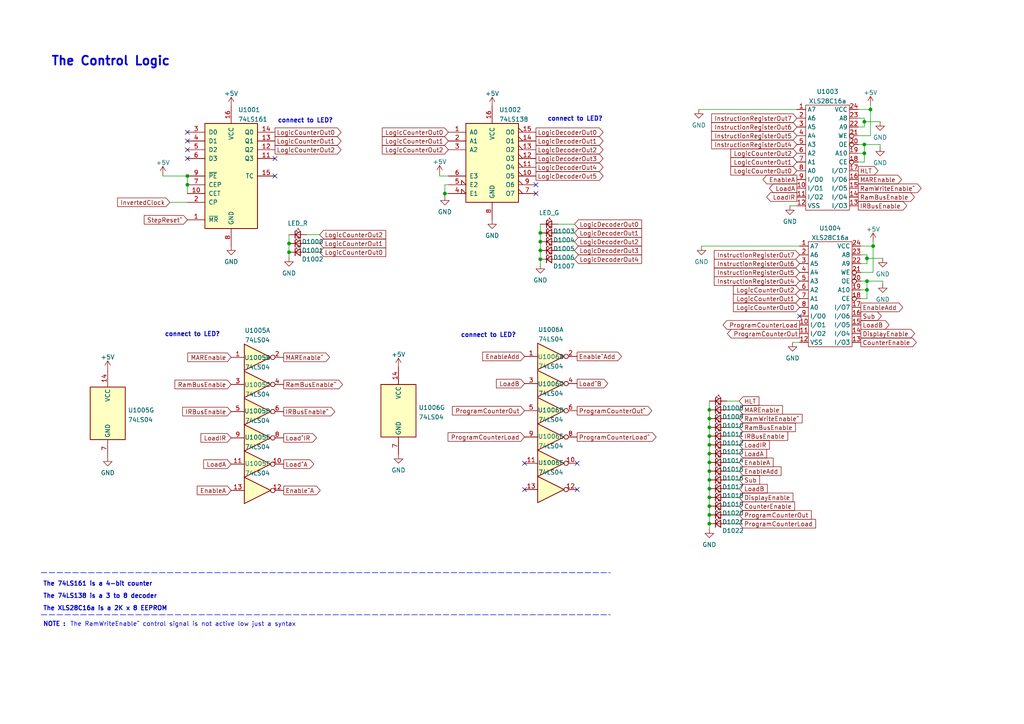
<source format=kicad_sch>
(kicad_sch (version 20211123) (generator eeschema)

  (uuid 3592c6ea-c887-4402-87a4-fa7e89aa8a3a)

  (paper "A4")

  (title_block
    (title "ControlLogic")
    (date "2022-11-11")
    (rev "0.1v")
    (company "FLYX")
  )

  (lib_symbols
    (symbol "74xx:74LS04" (in_bom yes) (on_board yes)
      (property "Reference" "U" (id 0) (at 0 1.27 0)
        (effects (font (size 1.27 1.27)))
      )
      (property "Value" "74LS04" (id 1) (at 0 -1.27 0)
        (effects (font (size 1.27 1.27)))
      )
      (property "Footprint" "" (id 2) (at 0 0 0)
        (effects (font (size 1.27 1.27)) hide)
      )
      (property "Datasheet" "http://www.ti.com/lit/gpn/sn74LS04" (id 3) (at 0 0 0)
        (effects (font (size 1.27 1.27)) hide)
      )
      (property "ki_locked" "" (id 4) (at 0 0 0)
        (effects (font (size 1.27 1.27)))
      )
      (property "ki_keywords" "TTL not inv" (id 5) (at 0 0 0)
        (effects (font (size 1.27 1.27)) hide)
      )
      (property "ki_description" "Hex Inverter" (id 6) (at 0 0 0)
        (effects (font (size 1.27 1.27)) hide)
      )
      (property "ki_fp_filters" "DIP*W7.62mm* SSOP?14* TSSOP?14*" (id 7) (at 0 0 0)
        (effects (font (size 1.27 1.27)) hide)
      )
      (symbol "74LS04_1_0"
        (polyline
          (pts
            (xy -3.81 3.81)
            (xy -3.81 -3.81)
            (xy 3.81 0)
            (xy -3.81 3.81)
          )
          (stroke (width 0.254) (type default) (color 0 0 0 0))
          (fill (type background))
        )
        (pin input line (at -7.62 0 0) (length 3.81)
          (name "~" (effects (font (size 1.27 1.27))))
          (number "1" (effects (font (size 1.27 1.27))))
        )
        (pin output inverted (at 7.62 0 180) (length 3.81)
          (name "~" (effects (font (size 1.27 1.27))))
          (number "2" (effects (font (size 1.27 1.27))))
        )
      )
      (symbol "74LS04_2_0"
        (polyline
          (pts
            (xy -3.81 3.81)
            (xy -3.81 -3.81)
            (xy 3.81 0)
            (xy -3.81 3.81)
          )
          (stroke (width 0.254) (type default) (color 0 0 0 0))
          (fill (type background))
        )
        (pin input line (at -7.62 0 0) (length 3.81)
          (name "~" (effects (font (size 1.27 1.27))))
          (number "3" (effects (font (size 1.27 1.27))))
        )
        (pin output inverted (at 7.62 0 180) (length 3.81)
          (name "~" (effects (font (size 1.27 1.27))))
          (number "4" (effects (font (size 1.27 1.27))))
        )
      )
      (symbol "74LS04_3_0"
        (polyline
          (pts
            (xy -3.81 3.81)
            (xy -3.81 -3.81)
            (xy 3.81 0)
            (xy -3.81 3.81)
          )
          (stroke (width 0.254) (type default) (color 0 0 0 0))
          (fill (type background))
        )
        (pin input line (at -7.62 0 0) (length 3.81)
          (name "~" (effects (font (size 1.27 1.27))))
          (number "5" (effects (font (size 1.27 1.27))))
        )
        (pin output inverted (at 7.62 0 180) (length 3.81)
          (name "~" (effects (font (size 1.27 1.27))))
          (number "6" (effects (font (size 1.27 1.27))))
        )
      )
      (symbol "74LS04_4_0"
        (polyline
          (pts
            (xy -3.81 3.81)
            (xy -3.81 -3.81)
            (xy 3.81 0)
            (xy -3.81 3.81)
          )
          (stroke (width 0.254) (type default) (color 0 0 0 0))
          (fill (type background))
        )
        (pin output inverted (at 7.62 0 180) (length 3.81)
          (name "~" (effects (font (size 1.27 1.27))))
          (number "8" (effects (font (size 1.27 1.27))))
        )
        (pin input line (at -7.62 0 0) (length 3.81)
          (name "~" (effects (font (size 1.27 1.27))))
          (number "9" (effects (font (size 1.27 1.27))))
        )
      )
      (symbol "74LS04_5_0"
        (polyline
          (pts
            (xy -3.81 3.81)
            (xy -3.81 -3.81)
            (xy 3.81 0)
            (xy -3.81 3.81)
          )
          (stroke (width 0.254) (type default) (color 0 0 0 0))
          (fill (type background))
        )
        (pin output inverted (at 7.62 0 180) (length 3.81)
          (name "~" (effects (font (size 1.27 1.27))))
          (number "10" (effects (font (size 1.27 1.27))))
        )
        (pin input line (at -7.62 0 0) (length 3.81)
          (name "~" (effects (font (size 1.27 1.27))))
          (number "11" (effects (font (size 1.27 1.27))))
        )
      )
      (symbol "74LS04_6_0"
        (polyline
          (pts
            (xy -3.81 3.81)
            (xy -3.81 -3.81)
            (xy 3.81 0)
            (xy -3.81 3.81)
          )
          (stroke (width 0.254) (type default) (color 0 0 0 0))
          (fill (type background))
        )
        (pin output inverted (at 7.62 0 180) (length 3.81)
          (name "~" (effects (font (size 1.27 1.27))))
          (number "12" (effects (font (size 1.27 1.27))))
        )
        (pin input line (at -7.62 0 0) (length 3.81)
          (name "~" (effects (font (size 1.27 1.27))))
          (number "13" (effects (font (size 1.27 1.27))))
        )
      )
      (symbol "74LS04_7_0"
        (pin power_in line (at 0 12.7 270) (length 5.08)
          (name "VCC" (effects (font (size 1.27 1.27))))
          (number "14" (effects (font (size 1.27 1.27))))
        )
        (pin power_in line (at 0 -12.7 90) (length 5.08)
          (name "GND" (effects (font (size 1.27 1.27))))
          (number "7" (effects (font (size 1.27 1.27))))
        )
      )
      (symbol "74LS04_7_1"
        (rectangle (start -5.08 7.62) (end 5.08 -7.62)
          (stroke (width 0.254) (type default) (color 0 0 0 0))
          (fill (type background))
        )
      )
    )
    (symbol "74xx:74LS138" (pin_names (offset 1.016)) (in_bom yes) (on_board yes)
      (property "Reference" "U" (id 0) (at -7.62 11.43 0)
        (effects (font (size 1.27 1.27)))
      )
      (property "Value" "74LS138" (id 1) (at -7.62 -13.97 0)
        (effects (font (size 1.27 1.27)))
      )
      (property "Footprint" "" (id 2) (at 0 0 0)
        (effects (font (size 1.27 1.27)) hide)
      )
      (property "Datasheet" "http://www.ti.com/lit/gpn/sn74LS138" (id 3) (at 0 0 0)
        (effects (font (size 1.27 1.27)) hide)
      )
      (property "ki_locked" "" (id 4) (at 0 0 0)
        (effects (font (size 1.27 1.27)))
      )
      (property "ki_keywords" "TTL DECOD DECOD8" (id 5) (at 0 0 0)
        (effects (font (size 1.27 1.27)) hide)
      )
      (property "ki_description" "Decoder 3 to 8 active low outputs" (id 6) (at 0 0 0)
        (effects (font (size 1.27 1.27)) hide)
      )
      (property "ki_fp_filters" "DIP?16*" (id 7) (at 0 0 0)
        (effects (font (size 1.27 1.27)) hide)
      )
      (symbol "74LS138_1_0"
        (pin input line (at -12.7 7.62 0) (length 5.08)
          (name "A0" (effects (font (size 1.27 1.27))))
          (number "1" (effects (font (size 1.27 1.27))))
        )
        (pin output output_low (at 12.7 -5.08 180) (length 5.08)
          (name "O5" (effects (font (size 1.27 1.27))))
          (number "10" (effects (font (size 1.27 1.27))))
        )
        (pin output output_low (at 12.7 -2.54 180) (length 5.08)
          (name "O4" (effects (font (size 1.27 1.27))))
          (number "11" (effects (font (size 1.27 1.27))))
        )
        (pin output output_low (at 12.7 0 180) (length 5.08)
          (name "O3" (effects (font (size 1.27 1.27))))
          (number "12" (effects (font (size 1.27 1.27))))
        )
        (pin output output_low (at 12.7 2.54 180) (length 5.08)
          (name "O2" (effects (font (size 1.27 1.27))))
          (number "13" (effects (font (size 1.27 1.27))))
        )
        (pin output output_low (at 12.7 5.08 180) (length 5.08)
          (name "O1" (effects (font (size 1.27 1.27))))
          (number "14" (effects (font (size 1.27 1.27))))
        )
        (pin output output_low (at 12.7 7.62 180) (length 5.08)
          (name "O0" (effects (font (size 1.27 1.27))))
          (number "15" (effects (font (size 1.27 1.27))))
        )
        (pin power_in line (at 0 15.24 270) (length 5.08)
          (name "VCC" (effects (font (size 1.27 1.27))))
          (number "16" (effects (font (size 1.27 1.27))))
        )
        (pin input line (at -12.7 5.08 0) (length 5.08)
          (name "A1" (effects (font (size 1.27 1.27))))
          (number "2" (effects (font (size 1.27 1.27))))
        )
        (pin input line (at -12.7 2.54 0) (length 5.08)
          (name "A2" (effects (font (size 1.27 1.27))))
          (number "3" (effects (font (size 1.27 1.27))))
        )
        (pin input input_low (at -12.7 -10.16 0) (length 5.08)
          (name "E1" (effects (font (size 1.27 1.27))))
          (number "4" (effects (font (size 1.27 1.27))))
        )
        (pin input input_low (at -12.7 -7.62 0) (length 5.08)
          (name "E2" (effects (font (size 1.27 1.27))))
          (number "5" (effects (font (size 1.27 1.27))))
        )
        (pin input line (at -12.7 -5.08 0) (length 5.08)
          (name "E3" (effects (font (size 1.27 1.27))))
          (number "6" (effects (font (size 1.27 1.27))))
        )
        (pin output output_low (at 12.7 -10.16 180) (length 5.08)
          (name "O7" (effects (font (size 1.27 1.27))))
          (number "7" (effects (font (size 1.27 1.27))))
        )
        (pin power_in line (at 0 -17.78 90) (length 5.08)
          (name "GND" (effects (font (size 1.27 1.27))))
          (number "8" (effects (font (size 1.27 1.27))))
        )
        (pin output output_low (at 12.7 -7.62 180) (length 5.08)
          (name "O6" (effects (font (size 1.27 1.27))))
          (number "9" (effects (font (size 1.27 1.27))))
        )
      )
      (symbol "74LS138_1_1"
        (rectangle (start -7.62 10.16) (end 7.62 -12.7)
          (stroke (width 0.254) (type default) (color 0 0 0 0))
          (fill (type background))
        )
      )
    )
    (symbol "74xx:74LS161" (pin_names (offset 1.016)) (in_bom yes) (on_board yes)
      (property "Reference" "U" (id 0) (at -7.62 16.51 0)
        (effects (font (size 1.27 1.27)))
      )
      (property "Value" "74LS161" (id 1) (at -7.62 -16.51 0)
        (effects (font (size 1.27 1.27)))
      )
      (property "Footprint" "" (id 2) (at 0 0 0)
        (effects (font (size 1.27 1.27)) hide)
      )
      (property "Datasheet" "http://www.ti.com/lit/gpn/sn74LS161" (id 3) (at 0 0 0)
        (effects (font (size 1.27 1.27)) hide)
      )
      (property "ki_locked" "" (id 4) (at 0 0 0)
        (effects (font (size 1.27 1.27)))
      )
      (property "ki_keywords" "TTL CNT CNT4" (id 5) (at 0 0 0)
        (effects (font (size 1.27 1.27)) hide)
      )
      (property "ki_description" "Synchronous 4-bit programmable binary Counter" (id 6) (at 0 0 0)
        (effects (font (size 1.27 1.27)) hide)
      )
      (property "ki_fp_filters" "DIP?16*" (id 7) (at 0 0 0)
        (effects (font (size 1.27 1.27)) hide)
      )
      (symbol "74LS161_1_0"
        (pin input line (at -12.7 -12.7 0) (length 5.08)
          (name "~{MR}" (effects (font (size 1.27 1.27))))
          (number "1" (effects (font (size 1.27 1.27))))
        )
        (pin input line (at -12.7 -5.08 0) (length 5.08)
          (name "CET" (effects (font (size 1.27 1.27))))
          (number "10" (effects (font (size 1.27 1.27))))
        )
        (pin output line (at 12.7 5.08 180) (length 5.08)
          (name "Q3" (effects (font (size 1.27 1.27))))
          (number "11" (effects (font (size 1.27 1.27))))
        )
        (pin output line (at 12.7 7.62 180) (length 5.08)
          (name "Q2" (effects (font (size 1.27 1.27))))
          (number "12" (effects (font (size 1.27 1.27))))
        )
        (pin output line (at 12.7 10.16 180) (length 5.08)
          (name "Q1" (effects (font (size 1.27 1.27))))
          (number "13" (effects (font (size 1.27 1.27))))
        )
        (pin output line (at 12.7 12.7 180) (length 5.08)
          (name "Q0" (effects (font (size 1.27 1.27))))
          (number "14" (effects (font (size 1.27 1.27))))
        )
        (pin output line (at 12.7 0 180) (length 5.08)
          (name "TC" (effects (font (size 1.27 1.27))))
          (number "15" (effects (font (size 1.27 1.27))))
        )
        (pin power_in line (at 0 20.32 270) (length 5.08)
          (name "VCC" (effects (font (size 1.27 1.27))))
          (number "16" (effects (font (size 1.27 1.27))))
        )
        (pin input line (at -12.7 -7.62 0) (length 5.08)
          (name "CP" (effects (font (size 1.27 1.27))))
          (number "2" (effects (font (size 1.27 1.27))))
        )
        (pin input line (at -12.7 12.7 0) (length 5.08)
          (name "D0" (effects (font (size 1.27 1.27))))
          (number "3" (effects (font (size 1.27 1.27))))
        )
        (pin input line (at -12.7 10.16 0) (length 5.08)
          (name "D1" (effects (font (size 1.27 1.27))))
          (number "4" (effects (font (size 1.27 1.27))))
        )
        (pin input line (at -12.7 7.62 0) (length 5.08)
          (name "D2" (effects (font (size 1.27 1.27))))
          (number "5" (effects (font (size 1.27 1.27))))
        )
        (pin input line (at -12.7 5.08 0) (length 5.08)
          (name "D3" (effects (font (size 1.27 1.27))))
          (number "6" (effects (font (size 1.27 1.27))))
        )
        (pin input line (at -12.7 -2.54 0) (length 5.08)
          (name "CEP" (effects (font (size 1.27 1.27))))
          (number "7" (effects (font (size 1.27 1.27))))
        )
        (pin power_in line (at 0 -20.32 90) (length 5.08)
          (name "GND" (effects (font (size 1.27 1.27))))
          (number "8" (effects (font (size 1.27 1.27))))
        )
        (pin input line (at -12.7 0 0) (length 5.08)
          (name "~{PE}" (effects (font (size 1.27 1.27))))
          (number "9" (effects (font (size 1.27 1.27))))
        )
      )
      (symbol "74LS161_1_1"
        (rectangle (start -7.62 15.24) (end 7.62 -15.24)
          (stroke (width 0.254) (type default) (color 0 0 0 0))
          (fill (type background))
        )
      )
    )
    (symbol "Device:LED_Small" (pin_numbers hide) (pin_names (offset 0.254) hide) (in_bom yes) (on_board yes)
      (property "Reference" "D" (id 0) (at -1.27 3.175 0)
        (effects (font (size 1.27 1.27)) (justify left))
      )
      (property "Value" "LED_Small" (id 1) (at -4.445 -2.54 0)
        (effects (font (size 1.27 1.27)) (justify left))
      )
      (property "Footprint" "" (id 2) (at 0 0 90)
        (effects (font (size 1.27 1.27)) hide)
      )
      (property "Datasheet" "~" (id 3) (at 0 0 90)
        (effects (font (size 1.27 1.27)) hide)
      )
      (property "ki_keywords" "LED diode light-emitting-diode" (id 4) (at 0 0 0)
        (effects (font (size 1.27 1.27)) hide)
      )
      (property "ki_description" "Light emitting diode, small symbol" (id 5) (at 0 0 0)
        (effects (font (size 1.27 1.27)) hide)
      )
      (property "ki_fp_filters" "LED* LED_SMD:* LED_THT:*" (id 6) (at 0 0 0)
        (effects (font (size 1.27 1.27)) hide)
      )
      (symbol "LED_Small_0_1"
        (polyline
          (pts
            (xy -0.762 -1.016)
            (xy -0.762 1.016)
          )
          (stroke (width 0.254) (type default) (color 0 0 0 0))
          (fill (type none))
        )
        (polyline
          (pts
            (xy 1.016 0)
            (xy -0.762 0)
          )
          (stroke (width 0) (type default) (color 0 0 0 0))
          (fill (type none))
        )
        (polyline
          (pts
            (xy 0.762 -1.016)
            (xy -0.762 0)
            (xy 0.762 1.016)
            (xy 0.762 -1.016)
          )
          (stroke (width 0.254) (type default) (color 0 0 0 0))
          (fill (type none))
        )
        (polyline
          (pts
            (xy 0 0.762)
            (xy -0.508 1.27)
            (xy -0.254 1.27)
            (xy -0.508 1.27)
            (xy -0.508 1.016)
          )
          (stroke (width 0) (type default) (color 0 0 0 0))
          (fill (type none))
        )
        (polyline
          (pts
            (xy 0.508 1.27)
            (xy 0 1.778)
            (xy 0.254 1.778)
            (xy 0 1.778)
            (xy 0 1.524)
          )
          (stroke (width 0) (type default) (color 0 0 0 0))
          (fill (type none))
        )
      )
      (symbol "LED_Small_1_1"
        (pin passive line (at -2.54 0 0) (length 1.778)
          (name "K" (effects (font (size 1.27 1.27))))
          (number "1" (effects (font (size 1.27 1.27))))
        )
        (pin passive line (at 2.54 0 180) (length 1.778)
          (name "A" (effects (font (size 1.27 1.27))))
          (number "2" (effects (font (size 1.27 1.27))))
        )
      )
    )
    (symbol "Memory_EEPROM:XLS28C16a" (in_bom yes) (on_board yes)
      (property "Reference" "U" (id 0) (at 1.27 15.24 0)
        (effects (font (size 1.27 1.27)))
      )
      (property "Value" "XLS28C16a" (id 1) (at 6.35 -20.32 0)
        (effects (font (size 1.27 1.27)))
      )
      (property "Footprint" "" (id 2) (at 0 0 0)
        (effects (font (size 1.27 1.27)) hide)
      )
      (property "Datasheet" "" (id 3) (at 0 0 0)
        (effects (font (size 1.27 1.27)) hide)
      )
      (symbol "XLS28C16a_0_1"
        (rectangle (start -5.08 12.7) (end 7.62 -17.78)
          (stroke (width 0.1524) (type default) (color 0 0 0 0))
          (fill (type none))
        )
      )
      (symbol "XLS28C16a_1_1"
        (pin input line (at -7.62 11.43 0) (length 2.54)
          (name "A7" (effects (font (size 1.27 1.27))))
          (number "1" (effects (font (size 1.27 1.27))))
        )
        (pin bidirectional line (at -7.62 -11.43 0) (length 2.54)
          (name "I/O1" (effects (font (size 1.27 1.27))))
          (number "10" (effects (font (size 1.27 1.27))))
        )
        (pin bidirectional line (at -7.62 -13.97 0) (length 2.54)
          (name "I/O2" (effects (font (size 1.27 1.27))))
          (number "11" (effects (font (size 1.27 1.27))))
        )
        (pin power_in line (at -7.62 -16.51 0) (length 2.54)
          (name "VSS" (effects (font (size 1.27 1.27))))
          (number "12" (effects (font (size 1.27 1.27))))
        )
        (pin bidirectional line (at 10.16 -16.51 180) (length 2.54)
          (name "I/O3" (effects (font (size 1.27 1.27))))
          (number "13" (effects (font (size 1.27 1.27))))
        )
        (pin bidirectional line (at 10.16 -13.97 180) (length 2.54)
          (name "I/O4" (effects (font (size 1.27 1.27))))
          (number "14" (effects (font (size 1.27 1.27))))
        )
        (pin bidirectional line (at 10.16 -11.43 180) (length 2.54)
          (name "I/O5" (effects (font (size 1.27 1.27))))
          (number "15" (effects (font (size 1.27 1.27))))
        )
        (pin bidirectional line (at 10.16 -8.89 180) (length 2.54)
          (name "I/O6" (effects (font (size 1.27 1.27))))
          (number "16" (effects (font (size 1.27 1.27))))
        )
        (pin bidirectional line (at 10.16 -6.35 180) (length 2.54)
          (name "I/O7" (effects (font (size 1.27 1.27))))
          (number "17" (effects (font (size 1.27 1.27))))
        )
        (pin input inverted (at 10.16 -3.81 180) (length 2.54)
          (name "CE" (effects (font (size 1.27 1.27))))
          (number "18" (effects (font (size 1.27 1.27))))
        )
        (pin input line (at 10.16 -1.27 180) (length 2.54)
          (name "A10" (effects (font (size 1.27 1.27))))
          (number "19" (effects (font (size 1.27 1.27))))
        )
        (pin input line (at -7.62 8.89 0) (length 2.54)
          (name "A6" (effects (font (size 1.27 1.27))))
          (number "2" (effects (font (size 1.27 1.27))))
        )
        (pin input inverted (at 10.16 1.27 180) (length 2.54)
          (name "OE" (effects (font (size 1.27 1.27))))
          (number "20" (effects (font (size 1.27 1.27))))
        )
        (pin input inverted (at 10.16 3.81 180) (length 2.54)
          (name "WE" (effects (font (size 1.27 1.27))))
          (number "21" (effects (font (size 1.27 1.27))))
        )
        (pin input line (at 10.16 6.35 180) (length 2.54)
          (name "A9" (effects (font (size 1.27 1.27))))
          (number "22" (effects (font (size 1.27 1.27))))
        )
        (pin input line (at 10.16 8.89 180) (length 2.54)
          (name "A8" (effects (font (size 1.27 1.27))))
          (number "23" (effects (font (size 1.27 1.27))))
        )
        (pin power_in line (at 10.16 11.43 180) (length 2.54)
          (name "VCC" (effects (font (size 1.27 1.27))))
          (number "24" (effects (font (size 1.27 1.27))))
        )
        (pin input line (at -7.62 6.35 0) (length 2.54)
          (name "A5" (effects (font (size 1.27 1.27))))
          (number "3" (effects (font (size 1.27 1.27))))
        )
        (pin input line (at -7.62 3.81 0) (length 2.54)
          (name "A4" (effects (font (size 1.27 1.27))))
          (number "4" (effects (font (size 1.27 1.27))))
        )
        (pin input line (at -7.62 1.27 0) (length 2.54)
          (name "A3" (effects (font (size 1.27 1.27))))
          (number "5" (effects (font (size 1.27 1.27))))
        )
        (pin input line (at -7.62 -1.27 0) (length 2.54)
          (name "A2" (effects (font (size 1.27 1.27))))
          (number "6" (effects (font (size 1.27 1.27))))
        )
        (pin input line (at -7.62 -3.81 0) (length 2.54)
          (name "A1" (effects (font (size 1.27 1.27))))
          (number "7" (effects (font (size 1.27 1.27))))
        )
        (pin input line (at -7.62 -6.35 0) (length 2.54)
          (name "A0" (effects (font (size 1.27 1.27))))
          (number "8" (effects (font (size 1.27 1.27))))
        )
        (pin bidirectional line (at -7.62 -8.89 0) (length 2.54)
          (name "I/O0" (effects (font (size 1.27 1.27))))
          (number "9" (effects (font (size 1.27 1.27))))
        )
      )
    )
    (symbol "power:+5V" (power) (pin_names (offset 0)) (in_bom yes) (on_board yes)
      (property "Reference" "#PWR" (id 0) (at 0 -3.81 0)
        (effects (font (size 1.27 1.27)) hide)
      )
      (property "Value" "+5V" (id 1) (at 0 3.556 0)
        (effects (font (size 1.27 1.27)))
      )
      (property "Footprint" "" (id 2) (at 0 0 0)
        (effects (font (size 1.27 1.27)) hide)
      )
      (property "Datasheet" "" (id 3) (at 0 0 0)
        (effects (font (size 1.27 1.27)) hide)
      )
      (property "ki_keywords" "power-flag" (id 4) (at 0 0 0)
        (effects (font (size 1.27 1.27)) hide)
      )
      (property "ki_description" "Power symbol creates a global label with name \"+5V\"" (id 5) (at 0 0 0)
        (effects (font (size 1.27 1.27)) hide)
      )
      (symbol "+5V_0_1"
        (polyline
          (pts
            (xy -0.762 1.27)
            (xy 0 2.54)
          )
          (stroke (width 0) (type default) (color 0 0 0 0))
          (fill (type none))
        )
        (polyline
          (pts
            (xy 0 0)
            (xy 0 2.54)
          )
          (stroke (width 0) (type default) (color 0 0 0 0))
          (fill (type none))
        )
        (polyline
          (pts
            (xy 0 2.54)
            (xy 0.762 1.27)
          )
          (stroke (width 0) (type default) (color 0 0 0 0))
          (fill (type none))
        )
      )
      (symbol "+5V_1_1"
        (pin power_in line (at 0 0 90) (length 0) hide
          (name "+5V" (effects (font (size 1.27 1.27))))
          (number "1" (effects (font (size 1.27 1.27))))
        )
      )
    )
    (symbol "power:GND" (power) (pin_names (offset 0)) (in_bom yes) (on_board yes)
      (property "Reference" "#PWR" (id 0) (at 0 -6.35 0)
        (effects (font (size 1.27 1.27)) hide)
      )
      (property "Value" "GND" (id 1) (at 0 -3.81 0)
        (effects (font (size 1.27 1.27)))
      )
      (property "Footprint" "" (id 2) (at 0 0 0)
        (effects (font (size 1.27 1.27)) hide)
      )
      (property "Datasheet" "" (id 3) (at 0 0 0)
        (effects (font (size 1.27 1.27)) hide)
      )
      (property "ki_keywords" "power-flag" (id 4) (at 0 0 0)
        (effects (font (size 1.27 1.27)) hide)
      )
      (property "ki_description" "Power symbol creates a global label with name \"GND\" , ground" (id 5) (at 0 0 0)
        (effects (font (size 1.27 1.27)) hide)
      )
      (symbol "GND_0_1"
        (polyline
          (pts
            (xy 0 0)
            (xy 0 -1.27)
            (xy 1.27 -1.27)
            (xy 0 -2.54)
            (xy -1.27 -1.27)
            (xy 0 -1.27)
          )
          (stroke (width 0) (type default) (color 0 0 0 0))
          (fill (type none))
        )
      )
      (symbol "GND_1_1"
        (pin power_in line (at 0 0 270) (length 0) hide
          (name "GND" (effects (font (size 1.27 1.27))))
          (number "1" (effects (font (size 1.27 1.27))))
        )
      )
    )
  )

  (junction (at 205.74 146.812) (diameter 0) (color 0 0 0 0)
    (uuid 016cc9e6-9a61-4308-b462-243b5340f3d9)
  )
  (junction (at 253.238 71.374) (diameter 0) (color 0 0 0 0)
    (uuid 017e27ba-0db7-4d28-9040-f5496f011e69)
  )
  (junction (at 250.698 44.45) (diameter 0) (color 0 0 0 0)
    (uuid 04bb680b-94d9-41c6-8510-fa88ab485556)
  )
  (junction (at 205.74 123.952) (diameter 0) (color 0 0 0 0)
    (uuid 06ac7dca-eef5-42ed-8e46-c5dfe1bc6163)
  )
  (junction (at 83.82 70.612) (diameter 0) (color 0 0 0 0)
    (uuid 2adba748-eac4-485c-b810-9ba42c15ceb4)
  )
  (junction (at 54.356 51.054) (diameter 0) (color 0 0 0 0)
    (uuid 3117168d-20dc-4945-bec3-6e4c1438d258)
  )
  (junction (at 252.476 31.75) (diameter 0) (color 0 0 0 0)
    (uuid 391af181-19ac-4e14-b686-63dfafa3a0b0)
  )
  (junction (at 205.74 141.732) (diameter 0) (color 0 0 0 0)
    (uuid 40e136f8-596f-4fde-93f2-28c0f82f87a6)
  )
  (junction (at 156.718 72.644) (diameter 0) (color 0 0 0 0)
    (uuid 45376ca6-999e-47f8-8562-e40aee6cab83)
  )
  (junction (at 205.74 129.032) (diameter 0) (color 0 0 0 0)
    (uuid 51cd1516-bb43-491d-8c16-6acfbcdb4fcd)
  )
  (junction (at 156.718 67.564) (diameter 0) (color 0 0 0 0)
    (uuid 57df20db-0b54-4efb-9c9d-80874a49c5d6)
  )
  (junction (at 205.74 126.492) (diameter 0) (color 0 0 0 0)
    (uuid 6b8087a5-2509-49b2-9304-0f646ff76440)
  )
  (junction (at 156.718 70.104) (diameter 0) (color 0 0 0 0)
    (uuid 7859a1a7-b0d5-4fb4-88f5-19592b698b69)
  )
  (junction (at 205.74 118.872) (diameter 0) (color 0 0 0 0)
    (uuid 79b431bf-17c5-4ebb-95a6-7ee8958eaafd)
  )
  (junction (at 205.74 131.572) (diameter 0) (color 0 0 0 0)
    (uuid 917ae0b9-7c53-418d-afa3-a59eb08da1e3)
  )
  (junction (at 251.46 81.534) (diameter 0) (color 0 0 0 0)
    (uuid 9ce65fbe-a854-490f-a414-7985ee370981)
  )
  (junction (at 205.74 136.652) (diameter 0) (color 0 0 0 0)
    (uuid 9d09fdf5-cc97-427b-acaf-04fa41497897)
  )
  (junction (at 205.74 134.112) (diameter 0) (color 0 0 0 0)
    (uuid a9369685-4f32-4b74-b0bc-017fecdc3081)
  )
  (junction (at 250.698 41.91) (diameter 0) (color 0 0 0 0)
    (uuid b36eb88b-e0a3-4bfe-8f0e-92ddf8da9753)
  )
  (junction (at 205.74 144.272) (diameter 0) (color 0 0 0 0)
    (uuid c627c11b-2f3c-46c2-9e34-f1c837c6e07f)
  )
  (junction (at 205.74 139.192) (diameter 0) (color 0 0 0 0)
    (uuid c7fb2b87-c15f-42f4-9cb7-601487d19731)
  )
  (junction (at 83.82 73.152) (diameter 0) (color 0 0 0 0)
    (uuid ce6941e9-a854-4343-bde0-cd15f1bee40e)
  )
  (junction (at 251.46 74.93) (diameter 0) (color 0 0 0 0)
    (uuid cf41ce41-a7f8-4301-abf5-8bad7468c52d)
  )
  (junction (at 205.74 121.412) (diameter 0) (color 0 0 0 0)
    (uuid d217be5d-c225-465f-b4bc-51c88f1d1cdf)
  )
  (junction (at 205.74 151.892) (diameter 0) (color 0 0 0 0)
    (uuid d2e8b166-06c6-4cd2-b044-5ad97936b27c)
  )
  (junction (at 205.74 149.352) (diameter 0) (color 0 0 0 0)
    (uuid dbece4ed-c993-46a1-9135-62e7715f8d33)
  )
  (junction (at 251.46 84.074) (diameter 0) (color 0 0 0 0)
    (uuid e20d56e2-0a00-4d48-908b-f3d02d6b2c3a)
  )
  (junction (at 54.356 53.594) (diameter 0) (color 0 0 0 0)
    (uuid e3cac474-8192-49b4-9c24-8dfdabd42c61)
  )
  (junction (at 129.032 56.134) (diameter 0) (color 0 0 0 0)
    (uuid e9075e97-44dc-428b-a78c-df75e400a3ff)
  )
  (junction (at 250.698 35.306) (diameter 0) (color 0 0 0 0)
    (uuid ecb6d849-95d7-44af-a752-15cbaf0ef5e7)
  )
  (junction (at 156.718 75.184) (diameter 0) (color 0 0 0 0)
    (uuid f35800dd-9084-4305-ab0c-d4cc68ce8fba)
  )

  (no_connect (at 79.756 45.974) (uuid 3cea70f6-37c5-4565-a83c-d94596d594f7))
  (no_connect (at 231.902 91.694) (uuid 42f8d0bf-d83a-483a-a02b-cc6021b98d8f))
  (no_connect (at 167.386 141.986) (uuid 451d2a6e-2d57-41c1-a378-3ccd2374b3af))
  (no_connect (at 167.386 134.366) (uuid 451d2a6e-2d57-41c1-a378-3ccd2374b3b0))
  (no_connect (at 152.146 141.986) (uuid 451d2a6e-2d57-41c1-a378-3ccd2374b3b1))
  (no_connect (at 152.146 134.366) (uuid 451d2a6e-2d57-41c1-a378-3ccd2374b3b2))
  (no_connect (at 155.448 53.594) (uuid 75d10c94-f8a2-434e-9a3d-6d40941664e4))
  (no_connect (at 155.448 56.134) (uuid 75d10c94-f8a2-434e-9a3d-6d40941664e5))
  (no_connect (at 79.756 51.054) (uuid 96989531-9347-4770-8cc7-604830e0df97))
  (no_connect (at 54.356 38.354) (uuid c884d602-4be7-4e39-baee-833c00f7f708))
  (no_connect (at 54.356 40.894) (uuid c884d602-4be7-4e39-baee-833c00f7f709))
  (no_connect (at 54.356 43.434) (uuid c884d602-4be7-4e39-baee-833c00f7f70a))
  (no_connect (at 54.356 45.974) (uuid c884d602-4be7-4e39-baee-833c00f7f70b))

  (wire (pts (xy 250.698 35.306) (xy 255.27 35.306))
    (stroke (width 0) (type default) (color 0 0 0 0))
    (uuid 0209c3dc-1821-411e-bf3a-e2801147f440)
  )
  (wire (pts (xy 252.476 30.48) (xy 252.476 31.75))
    (stroke (width 0) (type default) (color 0 0 0 0))
    (uuid 035bdc84-2249-4a94-8451-5aeed9b42bb8)
  )
  (wire (pts (xy 255.27 42.672) (xy 255.27 41.91))
    (stroke (width 0) (type default) (color 0 0 0 0))
    (uuid 063cfa96-500e-405f-9a95-43e5e8425c86)
  )
  (wire (pts (xy 54.356 53.594) (xy 54.356 56.134))
    (stroke (width 0) (type default) (color 0 0 0 0))
    (uuid 064c6d87-ad11-4a40-bf46-412faed22951)
  )
  (wire (pts (xy 161.798 65.024) (xy 166.624 65.024))
    (stroke (width 0) (type default) (color 0 0 0 0))
    (uuid 06e5dc1f-466f-4e04-8382-9eaea1bcfc17)
  )
  (wire (pts (xy 161.798 70.104) (xy 166.624 70.104))
    (stroke (width 0) (type default) (color 0 0 0 0))
    (uuid 07b8e452-8fad-416e-b9bd-a3a2faadb98e)
  )
  (wire (pts (xy 210.82 141.732) (xy 214.376 141.732))
    (stroke (width 0) (type default) (color 0 0 0 0))
    (uuid 0aed41e4-52d1-4df3-8db1-53412659b6ce)
  )
  (wire (pts (xy 83.82 70.612) (xy 83.82 73.152))
    (stroke (width 0) (type default) (color 0 0 0 0))
    (uuid 0b49f98e-d123-4fb6-8764-589007820b39)
  )
  (wire (pts (xy 205.74 149.352) (xy 205.74 151.892))
    (stroke (width 0) (type default) (color 0 0 0 0))
    (uuid 0ba41446-fa6e-45d1-9be5-5e7676f00bfd)
  )
  (wire (pts (xy 250.698 36.83) (xy 248.92 36.83))
    (stroke (width 0) (type default) (color 0 0 0 0))
    (uuid 0ce109fe-315e-4177-89d4-ae94a0aa2997)
  )
  (wire (pts (xy 205.74 151.892) (xy 205.74 153.416))
    (stroke (width 0) (type default) (color 0 0 0 0))
    (uuid 0ef41e50-2577-41f9-9318-6b76251dee79)
  )
  (wire (pts (xy 205.74 129.032) (xy 205.74 131.572))
    (stroke (width 0) (type default) (color 0 0 0 0))
    (uuid 0fd6cc42-92d9-47fd-bcd0-0f26777a0287)
  )
  (wire (pts (xy 205.74 121.412) (xy 205.74 123.952))
    (stroke (width 0) (type default) (color 0 0 0 0))
    (uuid 131cb0eb-1582-4dec-864c-62ea0a0cfc0b)
  )
  (wire (pts (xy 156.718 65.024) (xy 156.718 67.564))
    (stroke (width 0) (type default) (color 0 0 0 0))
    (uuid 13521b06-c87c-4af9-abe9-e442ff5ed65c)
  )
  (wire (pts (xy 210.82 136.652) (xy 214.376 136.652))
    (stroke (width 0) (type default) (color 0 0 0 0))
    (uuid 15b37824-8d3d-4d46-97d2-a420c2895e10)
  )
  (wire (pts (xy 210.82 134.112) (xy 214.376 134.112))
    (stroke (width 0) (type default) (color 0 0 0 0))
    (uuid 15dbaf66-51cb-41f5-b411-ad7ffdb278ac)
  )
  (wire (pts (xy 205.74 131.572) (xy 205.74 134.112))
    (stroke (width 0) (type default) (color 0 0 0 0))
    (uuid 1a487705-1876-45d2-905b-5f1ea7283bb9)
  )
  (wire (pts (xy 210.82 116.332) (xy 214.376 116.332))
    (stroke (width 0) (type default) (color 0 0 0 0))
    (uuid 1aa53a0b-f316-4293-81a0-7efe690b6370)
  )
  (wire (pts (xy 156.718 75.184) (xy 156.718 76.708))
    (stroke (width 0) (type default) (color 0 0 0 0))
    (uuid 1c70b609-a542-4cd1-9b9d-2a63b1240875)
  )
  (wire (pts (xy 47.244 51.054) (xy 54.356 51.054))
    (stroke (width 0) (type default) (color 0 0 0 0))
    (uuid 20e4b388-06aa-4818-bf3f-59c94c93e81f)
  )
  (wire (pts (xy 129.032 53.594) (xy 130.048 53.594))
    (stroke (width 0) (type default) (color 0 0 0 0))
    (uuid 2ed6d784-e36d-4dde-9f67-1a4de60419eb)
  )
  (wire (pts (xy 248.92 31.75) (xy 252.476 31.75))
    (stroke (width 0) (type default) (color 0 0 0 0))
    (uuid 2fb1fa3f-67b4-4443-bb42-00e0b50000f4)
  )
  (wire (pts (xy 88.9 73.152) (xy 92.71 73.152))
    (stroke (width 0) (type default) (color 0 0 0 0))
    (uuid 35094a26-c0be-4077-b4be-f68f7ba14125)
  )
  (wire (pts (xy 250.698 36.83) (xy 250.698 35.306))
    (stroke (width 0) (type default) (color 0 0 0 0))
    (uuid 35462a76-2e44-4ee5-9335-768d70e551d5)
  )
  (wire (pts (xy 249.682 84.074) (xy 251.46 84.074))
    (stroke (width 0) (type default) (color 0 0 0 0))
    (uuid 36547cd6-332f-4ee1-ab15-29e136b703b5)
  )
  (wire (pts (xy 210.82 149.352) (xy 214.376 149.352))
    (stroke (width 0) (type default) (color 0 0 0 0))
    (uuid 417341ec-f9f7-4b3c-9376-3a402b5a6e3a)
  )
  (wire (pts (xy 205.74 118.872) (xy 205.74 121.412))
    (stroke (width 0) (type default) (color 0 0 0 0))
    (uuid 41c6136a-f610-46c2-8c7b-9f7cf2074f27)
  )
  (wire (pts (xy 205.74 144.272) (xy 205.74 146.812))
    (stroke (width 0) (type default) (color 0 0 0 0))
    (uuid 492814eb-0827-4bc7-b527-464141697edb)
  )
  (wire (pts (xy 251.46 86.614) (xy 249.682 86.614))
    (stroke (width 0) (type default) (color 0 0 0 0))
    (uuid 494e2176-c974-4d73-ab6d-e5abb526a813)
  )
  (wire (pts (xy 255.27 41.91) (xy 250.698 41.91))
    (stroke (width 0) (type default) (color 0 0 0 0))
    (uuid 4beeae90-eec4-4e0d-9e38-e3c6f4c12193)
  )
  (wire (pts (xy 161.798 67.564) (xy 166.624 67.564))
    (stroke (width 0) (type default) (color 0 0 0 0))
    (uuid 4cc2fa23-acc6-4551-ba70-9761b06ff3c9)
  )
  (wire (pts (xy 248.92 39.37) (xy 252.476 39.37))
    (stroke (width 0) (type default) (color 0 0 0 0))
    (uuid 4db823ba-86ed-4d91-942f-2abe8acd82b3)
  )
  (wire (pts (xy 256.032 81.534) (xy 251.46 81.534))
    (stroke (width 0) (type default) (color 0 0 0 0))
    (uuid 4e00f18b-4e13-45b8-9bc8-b922b555ac90)
  )
  (wire (pts (xy 127.508 51.054) (xy 130.048 51.054))
    (stroke (width 0) (type default) (color 0 0 0 0))
    (uuid 4e5b0d73-5caf-455d-8a47-4bdac6363a8a)
  )
  (wire (pts (xy 249.682 71.374) (xy 253.238 71.374))
    (stroke (width 0) (type default) (color 0 0 0 0))
    (uuid 54e3a8eb-54f4-44e9-b7c1-d05e3d3d2325)
  )
  (wire (pts (xy 205.74 141.732) (xy 205.74 144.272))
    (stroke (width 0) (type default) (color 0 0 0 0))
    (uuid 5c305de1-5507-41ee-9ad6-35e7191b4ea1)
  )
  (wire (pts (xy 210.82 139.192) (xy 214.376 139.192))
    (stroke (width 0) (type default) (color 0 0 0 0))
    (uuid 5eae64a1-0398-48c5-ab74-9261441ef756)
  )
  (wire (pts (xy 156.718 70.104) (xy 156.718 72.644))
    (stroke (width 0) (type default) (color 0 0 0 0))
    (uuid 5f848fa3-8ad2-4a53-b18f-e1604a3fed9a)
  )
  (wire (pts (xy 127.508 50.546) (xy 127.508 51.054))
    (stroke (width 0) (type default) (color 0 0 0 0))
    (uuid 610cf09a-63ef-437f-ad2a-4f6d846b7ae6)
  )
  (wire (pts (xy 210.82 151.892) (xy 214.376 151.892))
    (stroke (width 0) (type default) (color 0 0 0 0))
    (uuid 62e7e58d-6ed9-44ce-82ab-0b1c80e00931)
  )
  (wire (pts (xy 203.454 71.374) (xy 231.902 71.374))
    (stroke (width 0) (type default) (color 0 0 0 0))
    (uuid 63b51abe-3875-4839-be90-01b15ad54d90)
  )
  (wire (pts (xy 83.82 68.072) (xy 83.82 70.612))
    (stroke (width 0) (type default) (color 0 0 0 0))
    (uuid 6b33b349-c9bd-4e6a-89a8-e4d68ac86c99)
  )
  (wire (pts (xy 129.032 56.134) (xy 129.032 53.594))
    (stroke (width 0) (type default) (color 0 0 0 0))
    (uuid 6d0c02e9-91a6-43aa-8d79-9e9372239a9e)
  )
  (wire (pts (xy 202.692 31.75) (xy 231.14 31.75))
    (stroke (width 0) (type default) (color 0 0 0 0))
    (uuid 6d5e4c79-c211-4028-b085-1117f9de97ea)
  )
  (wire (pts (xy 248.92 41.91) (xy 250.698 41.91))
    (stroke (width 0) (type default) (color 0 0 0 0))
    (uuid 71705b42-9471-46d0-90dd-3ba2ae2bcf43)
  )
  (wire (pts (xy 250.698 46.99) (xy 248.92 46.99))
    (stroke (width 0) (type default) (color 0 0 0 0))
    (uuid 7234451e-6ac1-4214-a224-bd6a2cd8ad55)
  )
  (wire (pts (xy 256.032 82.296) (xy 256.032 81.534))
    (stroke (width 0) (type default) (color 0 0 0 0))
    (uuid 72beffad-041c-4ca2-869f-111dce4e4531)
  )
  (wire (pts (xy 251.46 76.454) (xy 249.682 76.454))
    (stroke (width 0) (type default) (color 0 0 0 0))
    (uuid 7707251c-f39c-48f9-92e5-39f293877b62)
  )
  (wire (pts (xy 249.682 81.534) (xy 251.46 81.534))
    (stroke (width 0) (type default) (color 0 0 0 0))
    (uuid 7cec0b78-c37b-419c-8e2e-fb6f38a407ca)
  )
  (wire (pts (xy 88.9 70.612) (xy 92.71 70.612))
    (stroke (width 0) (type default) (color 0 0 0 0))
    (uuid 7ea7153d-86d1-4837-922d-d6b2e34767d9)
  )
  (wire (pts (xy 205.74 123.952) (xy 205.74 126.492))
    (stroke (width 0) (type default) (color 0 0 0 0))
    (uuid 83c9cd92-c772-46fd-82ff-4a28f872b231)
  )
  (wire (pts (xy 210.82 146.812) (xy 214.376 146.812))
    (stroke (width 0) (type default) (color 0 0 0 0))
    (uuid 83dd50b9-b611-4c99-9b68-731be8008cc7)
  )
  (wire (pts (xy 210.82 131.572) (xy 214.376 131.572))
    (stroke (width 0) (type default) (color 0 0 0 0))
    (uuid 873f084e-1ef0-466f-a3ad-f2a67a3e73fe)
  )
  (wire (pts (xy 205.74 146.812) (xy 205.74 149.352))
    (stroke (width 0) (type default) (color 0 0 0 0))
    (uuid 8740cf13-0050-4fe9-95ff-de2cc44e452d)
  )
  (wire (pts (xy 54.356 51.054) (xy 54.356 53.594))
    (stroke (width 0) (type default) (color 0 0 0 0))
    (uuid 88593c4b-83aa-4f28-9bc3-4c5889404f09)
  )
  (wire (pts (xy 47.244 50.8) (xy 47.244 51.054))
    (stroke (width 0) (type default) (color 0 0 0 0))
    (uuid 88aa5a3c-bfb2-4ae6-991c-be4c7a474d9b)
  )
  (wire (pts (xy 251.46 74.93) (xy 256.032 74.93))
    (stroke (width 0) (type default) (color 0 0 0 0))
    (uuid 8a991b58-6a50-43ca-8388-8f53919cd27f)
  )
  (wire (pts (xy 251.46 73.914) (xy 249.682 73.914))
    (stroke (width 0) (type default) (color 0 0 0 0))
    (uuid 8c148e89-4aa1-4e01-bbc7-2cdddc311c95)
  )
  (wire (pts (xy 205.74 116.332) (xy 205.74 118.872))
    (stroke (width 0) (type default) (color 0 0 0 0))
    (uuid 8e58aead-b7db-4dde-b25d-62666e0e4a87)
  )
  (wire (pts (xy 251.46 74.93) (xy 251.46 73.914))
    (stroke (width 0) (type default) (color 0 0 0 0))
    (uuid 8f0543e1-64d5-4d53-ac88-7bd49ff7e4a8)
  )
  (wire (pts (xy 229.87 99.314) (xy 231.902 99.314))
    (stroke (width 0) (type default) (color 0 0 0 0))
    (uuid 9117df01-ce07-4964-bd52-15028b2e7842)
  )
  (wire (pts (xy 205.74 139.192) (xy 205.74 141.732))
    (stroke (width 0) (type default) (color 0 0 0 0))
    (uuid 96f93694-3795-4c69-b2eb-bd964848bfab)
  )
  (wire (pts (xy 251.46 81.534) (xy 251.46 84.074))
    (stroke (width 0) (type default) (color 0 0 0 0))
    (uuid 98ef01bd-4762-4b95-a3c0-f44de0616a4e)
  )
  (wire (pts (xy 210.82 126.492) (xy 214.376 126.492))
    (stroke (width 0) (type default) (color 0 0 0 0))
    (uuid 9a8ee6b7-232d-441d-bb38-3a4eed41098b)
  )
  (wire (pts (xy 49.276 58.674) (xy 54.356 58.674))
    (stroke (width 0) (type default) (color 0 0 0 0))
    (uuid 9e54d83b-19ec-4260-be85-a116cbc93d74)
  )
  (wire (pts (xy 210.82 121.412) (xy 214.376 121.412))
    (stroke (width 0) (type default) (color 0 0 0 0))
    (uuid a014ed62-154e-478e-af52-63ad6409adff)
  )
  (wire (pts (xy 250.698 44.45) (xy 250.698 46.99))
    (stroke (width 0) (type default) (color 0 0 0 0))
    (uuid a1efda72-c415-41b2-8a7a-3c44f9f9f284)
  )
  (wire (pts (xy 83.82 73.152) (xy 83.82 74.676))
    (stroke (width 0) (type default) (color 0 0 0 0))
    (uuid a337e34e-6589-4ae3-8583-4c44f5ee08b7)
  )
  (wire (pts (xy 156.718 72.644) (xy 156.718 75.184))
    (stroke (width 0) (type default) (color 0 0 0 0))
    (uuid a6a3639d-4dc6-4a8a-8254-1fbfde09af6e)
  )
  (wire (pts (xy 88.9 68.072) (xy 92.71 68.072))
    (stroke (width 0) (type default) (color 0 0 0 0))
    (uuid a6ff4b6e-38f3-4a25-8339-44d3c0650ade)
  )
  (wire (pts (xy 210.82 123.952) (xy 214.376 123.952))
    (stroke (width 0) (type default) (color 0 0 0 0))
    (uuid a9d533e3-62fb-4e22-8c73-5f8400ac12b4)
  )
  (wire (pts (xy 250.698 35.306) (xy 250.698 34.29))
    (stroke (width 0) (type default) (color 0 0 0 0))
    (uuid ac7be99a-acea-4766-a960-6c92ff9a2d40)
  )
  (wire (pts (xy 129.032 56.896) (xy 129.032 56.134))
    (stroke (width 0) (type default) (color 0 0 0 0))
    (uuid ad3123ef-b468-4195-8adf-19c7bf083e41)
  )
  (polyline (pts (xy 11.938 178.308) (xy 177.038 178.308))
    (stroke (width 0) (type default) (color 0 0 0 0))
    (uuid aee0b9e4-38ed-4a90-847d-bc2136efd6eb)
  )

  (wire (pts (xy 161.798 72.644) (xy 166.624 72.644))
    (stroke (width 0) (type default) (color 0 0 0 0))
    (uuid b182823b-1e0d-4799-accd-6ca165e149e1)
  )
  (wire (pts (xy 229.108 59.69) (xy 231.14 59.69))
    (stroke (width 0) (type default) (color 0 0 0 0))
    (uuid b1f8e207-b81c-4076-994c-72573dc13b27)
  )
  (polyline (pts (xy 11.938 166.116) (xy 177.038 166.116))
    (stroke (width 0) (type default) (color 0 0 0 0))
    (uuid b308e671-8cad-4ee0-912a-81d2dd16b66b)
  )

  (wire (pts (xy 161.798 75.184) (xy 166.624 75.184))
    (stroke (width 0) (type default) (color 0 0 0 0))
    (uuid b866a90d-fb30-4165-9b27-053bb3448d22)
  )
  (wire (pts (xy 250.698 34.29) (xy 248.92 34.29))
    (stroke (width 0) (type default) (color 0 0 0 0))
    (uuid bc0a98fd-8599-444b-b55b-95d55b985a1b)
  )
  (wire (pts (xy 205.74 136.652) (xy 205.74 139.192))
    (stroke (width 0) (type default) (color 0 0 0 0))
    (uuid be99f62e-0a6a-4ea1-abfd-1a591d0c1566)
  )
  (wire (pts (xy 251.46 84.074) (xy 251.46 86.614))
    (stroke (width 0) (type default) (color 0 0 0 0))
    (uuid c1100388-a473-4049-95f6-f640223b75ba)
  )
  (wire (pts (xy 205.74 126.492) (xy 205.74 129.032))
    (stroke (width 0) (type default) (color 0 0 0 0))
    (uuid c8982d25-72d7-4e8b-bfc3-68b9e75d5c58)
  )
  (wire (pts (xy 253.238 70.104) (xy 253.238 71.374))
    (stroke (width 0) (type default) (color 0 0 0 0))
    (uuid c8c44eab-c58c-4713-b624-a51426af9b7b)
  )
  (wire (pts (xy 250.698 41.91) (xy 250.698 44.45))
    (stroke (width 0) (type default) (color 0 0 0 0))
    (uuid d36acacc-ded9-46c5-9f80-c2964f78d2ec)
  )
  (wire (pts (xy 251.46 76.454) (xy 251.46 74.93))
    (stroke (width 0) (type default) (color 0 0 0 0))
    (uuid d5286f90-c318-4e2f-a48a-d939e7989349)
  )
  (wire (pts (xy 248.92 44.45) (xy 250.698 44.45))
    (stroke (width 0) (type default) (color 0 0 0 0))
    (uuid d6d4b6bd-a3a5-4588-8e88-45dc263f9562)
  )
  (wire (pts (xy 252.476 31.75) (xy 252.476 39.37))
    (stroke (width 0) (type default) (color 0 0 0 0))
    (uuid dfe5569e-1b1c-408f-8661-32ac91831265)
  )
  (wire (pts (xy 210.82 144.272) (xy 214.376 144.272))
    (stroke (width 0) (type default) (color 0 0 0 0))
    (uuid e10cbd4b-9885-46da-83b6-2ffd4ab8e991)
  )
  (wire (pts (xy 249.682 78.994) (xy 253.238 78.994))
    (stroke (width 0) (type default) (color 0 0 0 0))
    (uuid e60eab14-ff53-41a0-a242-f82cf5a909cc)
  )
  (wire (pts (xy 253.238 71.374) (xy 253.238 78.994))
    (stroke (width 0) (type default) (color 0 0 0 0))
    (uuid eb5aac23-f584-4263-b5fb-9048a670144e)
  )
  (wire (pts (xy 129.032 56.134) (xy 130.048 56.134))
    (stroke (width 0) (type default) (color 0 0 0 0))
    (uuid f3e1d8fa-847b-402f-b5df-525c14a71213)
  )
  (wire (pts (xy 205.74 134.112) (xy 205.74 136.652))
    (stroke (width 0) (type default) (color 0 0 0 0))
    (uuid f4d660bf-3094-422e-a0e9-88ab9dc25e82)
  )
  (wire (pts (xy 156.718 67.564) (xy 156.718 70.104))
    (stroke (width 0) (type default) (color 0 0 0 0))
    (uuid f5f160d1-a586-4bba-aef4-514d64a7b04a)
  )
  (wire (pts (xy 210.82 118.872) (xy 214.376 118.872))
    (stroke (width 0) (type default) (color 0 0 0 0))
    (uuid f6eec68e-b3df-4b2e-b228-8c60e544e53d)
  )
  (wire (pts (xy 210.82 129.032) (xy 214.376 129.032))
    (stroke (width 0) (type default) (color 0 0 0 0))
    (uuid fa9e3316-e5bb-4b98-9a31-8ce5ca1c81da)
  )

  (text "The 74LS161 is a 4-bit counter" (at 12.446 170.18 0)
    (effects (font (size 1.27 1.27) (thickness 0.254) bold) (justify left bottom))
    (uuid 0005701f-a6df-4d6c-938e-97f801e51213)
  )
  (text "connect to LED?" (at 133.604 98.044 0)
    (effects (font (size 1.27 1.27) (thickness 0.254) bold) (justify left bottom))
    (uuid 07eedd9f-8879-4ad5-bf8f-4c7d39ab56b2)
  )
  (text "The XLS28C16a is a 2K x 8 EEPROM" (at 12.446 177.292 0)
    (effects (font (size 1.27 1.27) (thickness 0.254) bold) (justify left bottom))
    (uuid 258a04da-e0e4-47a9-8cae-c371fe7384dc)
  )
  (text "NOTE :" (at 12.446 181.864 0)
    (effects (font (size 1.27 1.27) (thickness 0.254) bold) (justify left bottom))
    (uuid 4fa51d71-cbbf-449c-904c-8f61386dde5d)
  )
  (text "connect to LED?" (at 158.75 35.306 0)
    (effects (font (size 1.27 1.27) (thickness 0.254) bold) (justify left bottom))
    (uuid 6ca4d14a-68ea-4e5c-b77a-53c091cefa98)
  )
  (text "The RamWriteEnable^ control signal is not active low just a syntax"
    (at 20.32 181.864 0)
    (effects (font (size 1.27 1.27)) (justify left bottom))
    (uuid 7c03536e-c123-4e6e-aafb-506b3ac446f8)
  )
  (text "connect to LED?" (at 80.518 35.814 0)
    (effects (font (size 1.27 1.27) (thickness 0.254) bold) (justify left bottom))
    (uuid c56e7232-d465-4c97-af3c-e93fdac2064c)
  )
  (text "The 74LS138 is a 3 to 8 decoder" (at 12.446 173.736 0)
    (effects (font (size 1.27 1.27) (thickness 0.254) bold) (justify left bottom))
    (uuid c6b16abe-d6be-47a5-b694-4ae078b74d85)
  )
  (text "connect to LED?" (at 47.752 97.79 0)
    (effects (font (size 1.27 1.27) (thickness 0.254) bold) (justify left bottom))
    (uuid dcc180b0-0057-420b-8f1d-ab1df52b4188)
  )
  (text "The Control Logic" (at 14.732 19.304 0)
    (effects (font (size 2.54 2.54) (thickness 0.508) bold) (justify left bottom))
    (uuid e5a86d43-0a4d-44ec-9818-f8dd0ad49a13)
  )

  (global_label "MAREnable^" (shape output) (at 82.296 103.632 0) (fields_autoplaced)
    (effects (font (size 1.27 1.27)) (justify left))
    (uuid 0dcd1806-f911-4b1d-b880-15f30daf95fc)
    (property "Intersheet References" "${INTERSHEET_REFS}" (id 0) (at 95.5948 103.7114 0)
      (effects (font (size 1.27 1.27)) (justify left) hide)
    )
  )
  (global_label "CounterEnable" (shape input) (at 214.376 146.812 0) (fields_autoplaced)
    (effects (font (size 1.27 1.27)) (justify left))
    (uuid 0e6ccd69-9f1a-476a-9dd2-cff82dae8e8f)
    (property "Intersheet References" "${INTERSHEET_REFS}" (id 0) (at 230.4567 146.7326 0)
      (effects (font (size 1.27 1.27)) (justify left) hide)
    )
  )
  (global_label "InstructionRegisterOut5" (shape input) (at 231.902 78.994 180) (fields_autoplaced)
    (effects (font (size 1.27 1.27)) (justify right))
    (uuid 0f1f41cd-26fc-4f5b-a8b0-9da648db3afa)
    (property "Intersheet References" "${INTERSHEET_REFS}" (id 0) (at 207.1732 79.0734 0)
      (effects (font (size 1.27 1.27)) (justify right) hide)
    )
  )
  (global_label "LoadA" (shape output) (at 231.14 54.61 180) (fields_autoplaced)
    (effects (font (size 1.27 1.27)) (justify right))
    (uuid 13a32dc1-8257-4c3a-9626-781a97eecde8)
    (property "Intersheet References" "${INTERSHEET_REFS}" (id 0) (at 223.1631 54.6894 0)
      (effects (font (size 1.27 1.27)) (justify right) hide)
    )
  )
  (global_label "LogicCounterOut1" (shape input) (at 231.14 46.99 180) (fields_autoplaced)
    (effects (font (size 1.27 1.27)) (justify right))
    (uuid 13c2a059-e7a3-49f3-82c3-c2f698de5977)
    (property "Intersheet References" "${INTERSHEET_REFS}" (id 0) (at 211.975 46.9106 0)
      (effects (font (size 1.27 1.27)) (justify right) hide)
    )
  )
  (global_label "InstructionRegisterOut7" (shape input) (at 231.14 34.29 180) (fields_autoplaced)
    (effects (font (size 1.27 1.27)) (justify right))
    (uuid 155deebf-a7d3-4620-bffa-e2ff7ae4134a)
    (property "Intersheet References" "${INTERSHEET_REFS}" (id 0) (at 206.4112 34.3694 0)
      (effects (font (size 1.27 1.27)) (justify right) hide)
    )
  )
  (global_label "LogicDecoderOut3" (shape input) (at 166.624 72.644 0) (fields_autoplaced)
    (effects (font (size 1.27 1.27)) (justify left))
    (uuid 16f6ae51-c11e-4e25-91fa-abe8ed5e4ad6)
    (property "Intersheet References" "${INTERSHEET_REFS}" (id 0) (at 186.0914 72.5646 0)
      (effects (font (size 1.27 1.27)) (justify left) hide)
    )
  )
  (global_label "RamBusEnable" (shape output) (at 248.92 57.15 0) (fields_autoplaced)
    (effects (font (size 1.27 1.27)) (justify left))
    (uuid 1d265118-01ff-42f3-bc63-d92bdfb3c2f0)
    (property "Intersheet References" "${INTERSHEET_REFS}" (id 0) (at 265.2426 57.2294 0)
      (effects (font (size 1.27 1.27)) (justify left) hide)
    )
  )
  (global_label "ProgramCounterLoad" (shape input) (at 214.376 151.892 0) (fields_autoplaced)
    (effects (font (size 1.27 1.27)) (justify left))
    (uuid 1eb6b61f-c1f4-4352-b79c-e10b047ab76d)
    (property "Intersheet References" "${INTERSHEET_REFS}" (id 0) (at 236.5648 151.8126 0)
      (effects (font (size 1.27 1.27)) (justify left) hide)
    )
  )
  (global_label "HLT" (shape input) (at 214.376 116.332 0) (fields_autoplaced)
    (effects (font (size 1.27 1.27)) (justify left))
    (uuid 2033a018-b65c-4681-85c1-52a102935221)
    (property "Intersheet References" "${INTERSHEET_REFS}" (id 0) (at 220.1153 116.2526 0)
      (effects (font (size 1.27 1.27)) (justify left) hide)
    )
  )
  (global_label "ProgramCounterOut" (shape input) (at 214.376 149.352 0) (fields_autoplaced)
    (effects (font (size 1.27 1.27)) (justify left))
    (uuid 20496874-fe30-4645-b5b9-07c1b0401939)
    (property "Intersheet References" "${INTERSHEET_REFS}" (id 0) (at 235.2948 149.2726 0)
      (effects (font (size 1.27 1.27)) (justify left) hide)
    )
  )
  (global_label "ProgramCounterOut" (shape output) (at 231.902 96.774 180) (fields_autoplaced)
    (effects (font (size 1.27 1.27)) (justify right))
    (uuid 230d1431-1a34-4a60-bf7b-6a9acbd007ce)
    (property "Intersheet References" "${INTERSHEET_REFS}" (id 0) (at 210.9832 96.6946 0)
      (effects (font (size 1.27 1.27)) (justify right) hide)
    )
  )
  (global_label "LoadIR" (shape input) (at 67.056 127 180) (fields_autoplaced)
    (effects (font (size 1.27 1.27)) (justify right))
    (uuid 2481178f-0c93-486b-b55e-182ed0d699d4)
    (property "Intersheet References" "${INTERSHEET_REFS}" (id 0) (at 58.2929 126.9206 0)
      (effects (font (size 1.27 1.27)) (justify right) hide)
    )
  )
  (global_label "LoadIR" (shape input) (at 214.376 129.032 0) (fields_autoplaced)
    (effects (font (size 1.27 1.27)) (justify left))
    (uuid 29fff0a9-da09-4eb0-8496-dd8e8b1e8f63)
    (property "Intersheet References" "${INTERSHEET_REFS}" (id 0) (at 223.1391 129.1114 0)
      (effects (font (size 1.27 1.27)) (justify left) hide)
    )
  )
  (global_label "LogicCounterOut2" (shape input) (at 130.048 43.434 180) (fields_autoplaced)
    (effects (font (size 1.27 1.27)) (justify right))
    (uuid 2a37ccc7-52f1-4e58-93f5-4a3f889214f0)
    (property "Intersheet References" "${INTERSHEET_REFS}" (id 0) (at 110.883 43.3546 0)
      (effects (font (size 1.27 1.27)) (justify right) hide)
    )
  )
  (global_label "LogicCounterOut2" (shape input) (at 231.14 44.45 180) (fields_autoplaced)
    (effects (font (size 1.27 1.27)) (justify right))
    (uuid 2c6c0b8c-4db4-407d-9965-db7ca11fec86)
    (property "Intersheet References" "${INTERSHEET_REFS}" (id 0) (at 211.975 44.3706 0)
      (effects (font (size 1.27 1.27)) (justify right) hide)
    )
  )
  (global_label "LogicDecoderOut0" (shape input) (at 166.624 65.024 0) (fields_autoplaced)
    (effects (font (size 1.27 1.27)) (justify left))
    (uuid 3574dad8-031f-43d6-b33c-5c9c24717013)
    (property "Intersheet References" "${INTERSHEET_REFS}" (id 0) (at 186.0914 64.9446 0)
      (effects (font (size 1.27 1.27)) (justify left) hide)
    )
  )
  (global_label "EnableA" (shape output) (at 231.14 52.07 180) (fields_autoplaced)
    (effects (font (size 1.27 1.27)) (justify right))
    (uuid 361dee3b-638b-41f8-82a9-44ee4c49f7d4)
    (property "Intersheet References" "${INTERSHEET_REFS}" (id 0) (at 221.2883 52.1494 0)
      (effects (font (size 1.27 1.27)) (justify right) hide)
    )
  )
  (global_label "LogicCounterOut1" (shape input) (at 231.902 86.614 180) (fields_autoplaced)
    (effects (font (size 1.27 1.27)) (justify right))
    (uuid 38ce4432-879e-420c-a08e-6a6d149f931a)
    (property "Intersheet References" "${INTERSHEET_REFS}" (id 0) (at 212.737 86.5346 0)
      (effects (font (size 1.27 1.27)) (justify right) hide)
    )
  )
  (global_label "ProgramCounterLoad" (shape input) (at 152.146 126.746 180) (fields_autoplaced)
    (effects (font (size 1.27 1.27)) (justify right))
    (uuid 39c08418-017d-4542-8450-020137d8708c)
    (property "Intersheet References" "${INTERSHEET_REFS}" (id 0) (at 129.9572 126.6666 0)
      (effects (font (size 1.27 1.27)) (justify right) hide)
    )
  )
  (global_label "IRBusEnable" (shape output) (at 248.92 59.69 0) (fields_autoplaced)
    (effects (font (size 1.27 1.27)) (justify left))
    (uuid 3da3df5a-a717-461a-a9e0-8a73b59df75d)
    (property "Intersheet References" "${INTERSHEET_REFS}" (id 0) (at 263.005 59.7694 0)
      (effects (font (size 1.27 1.27)) (justify left) hide)
    )
  )
  (global_label "LogicDecoderOut4" (shape input) (at 166.624 75.184 0) (fields_autoplaced)
    (effects (font (size 1.27 1.27)) (justify left))
    (uuid 3e8c4010-ada3-4826-8210-fed41118026a)
    (property "Intersheet References" "${INTERSHEET_REFS}" (id 0) (at 186.0914 75.1046 0)
      (effects (font (size 1.27 1.27)) (justify left) hide)
    )
  )
  (global_label "IRBusEnable" (shape input) (at 214.376 126.492 0) (fields_autoplaced)
    (effects (font (size 1.27 1.27)) (justify left))
    (uuid 3ef303ec-61a1-41dd-8ac9-718744749e6c)
    (property "Intersheet References" "${INTERSHEET_REFS}" (id 0) (at 228.461 126.4126 0)
      (effects (font (size 1.27 1.27)) (justify left) hide)
    )
  )
  (global_label "LogicDecoderOut2" (shape input) (at 166.624 70.104 0) (fields_autoplaced)
    (effects (font (size 1.27 1.27)) (justify left))
    (uuid 40108cf4-b7bc-4597-9fcf-c5a69bd5269d)
    (property "Intersheet References" "${INTERSHEET_REFS}" (id 0) (at 186.0914 70.0246 0)
      (effects (font (size 1.27 1.27)) (justify left) hide)
    )
  )
  (global_label "LogicCounterOut0" (shape input) (at 231.902 89.154 180) (fields_autoplaced)
    (effects (font (size 1.27 1.27)) (justify right))
    (uuid 410e99b6-02ea-4e5c-82be-9c414b53f98f)
    (property "Intersheet References" "${INTERSHEET_REFS}" (id 0) (at 212.737 89.0746 0)
      (effects (font (size 1.27 1.27)) (justify right) hide)
    )
  )
  (global_label "Load^A" (shape output) (at 82.296 134.62 0) (fields_autoplaced)
    (effects (font (size 1.27 1.27)) (justify left))
    (uuid 44118d86-2fbf-4996-9bab-261fd4975b04)
    (property "Intersheet References" "${INTERSHEET_REFS}" (id 0) (at 90.9986 134.6994 0)
      (effects (font (size 1.27 1.27)) (justify left) hide)
    )
  )
  (global_label "LogicDecoderOut5" (shape output) (at 155.448 51.054 0) (fields_autoplaced)
    (effects (font (size 1.27 1.27)) (justify left))
    (uuid 4b78d572-5d4f-4889-96f5-7e161214e960)
    (property "Intersheet References" "${INTERSHEET_REFS}" (id 0) (at 174.9154 50.9746 0)
      (effects (font (size 1.27 1.27)) (justify left) hide)
    )
  )
  (global_label "InstructionRegisterOut6" (shape input) (at 231.14 36.83 180) (fields_autoplaced)
    (effects (font (size 1.27 1.27)) (justify right))
    (uuid 4ed36765-1c6b-456f-9097-7c187ad0c120)
    (property "Intersheet References" "${INTERSHEET_REFS}" (id 0) (at 206.4112 36.9094 0)
      (effects (font (size 1.27 1.27)) (justify right) hide)
    )
  )
  (global_label "ProgramCounterOut^" (shape output) (at 167.386 119.126 0) (fields_autoplaced)
    (effects (font (size 1.27 1.27)) (justify left))
    (uuid 52712a63-f5b5-48ac-9675-1eca7e71daa4)
    (property "Intersheet References" "${INTERSHEET_REFS}" (id 0) (at 189.0305 119.2054 0)
      (effects (font (size 1.27 1.27)) (justify left) hide)
    )
  )
  (global_label "InstructionRegisterOut4" (shape input) (at 231.902 81.534 180) (fields_autoplaced)
    (effects (font (size 1.27 1.27)) (justify right))
    (uuid 5ef2feca-3e49-4644-bea5-d9312bbcc10a)
    (property "Intersheet References" "${INTERSHEET_REFS}" (id 0) (at 207.1732 81.6134 0)
      (effects (font (size 1.27 1.27)) (justify right) hide)
    )
  )
  (global_label "RamBusEnable" (shape input) (at 214.376 123.952 0) (fields_autoplaced)
    (effects (font (size 1.27 1.27)) (justify left))
    (uuid 65210c55-0917-4e9d-8119-8ad5cc1033b7)
    (property "Intersheet References" "${INTERSHEET_REFS}" (id 0) (at 230.6986 123.8726 0)
      (effects (font (size 1.27 1.27)) (justify left) hide)
    )
  )
  (global_label "LogicCounterOut1" (shape output) (at 79.756 40.894 0) (fields_autoplaced)
    (effects (font (size 1.27 1.27)) (justify left))
    (uuid 6a0268e6-c2af-4e66-a852-a4ce52b0b0d7)
    (property "Intersheet References" "${INTERSHEET_REFS}" (id 0) (at 98.921 40.8146 0)
      (effects (font (size 1.27 1.27)) (justify left) hide)
    )
  )
  (global_label "LogicDecoderOut0" (shape output) (at 155.448 38.354 0) (fields_autoplaced)
    (effects (font (size 1.27 1.27)) (justify left))
    (uuid 6deef86c-0383-4c65-8f76-256d11b4ddf6)
    (property "Intersheet References" "${INTERSHEET_REFS}" (id 0) (at 174.9154 38.2746 0)
      (effects (font (size 1.27 1.27)) (justify left) hide)
    )
  )
  (global_label "LoadB" (shape input) (at 214.376 141.732 0) (fields_autoplaced)
    (effects (font (size 1.27 1.27)) (justify left))
    (uuid 6f99c478-aed3-4507-a4f9-a4266ca587ee)
    (property "Intersheet References" "${INTERSHEET_REFS}" (id 0) (at 222.5343 141.6526 0)
      (effects (font (size 1.27 1.27)) (justify left) hide)
    )
  )
  (global_label "LogicCounterOut0" (shape output) (at 79.756 38.354 0) (fields_autoplaced)
    (effects (font (size 1.27 1.27)) (justify left))
    (uuid 7371def4-1403-4756-8fc0-875fec6f40c8)
    (property "Intersheet References" "${INTERSHEET_REFS}" (id 0) (at 98.921 38.2746 0)
      (effects (font (size 1.27 1.27)) (justify left) hide)
    )
  )
  (global_label "InstructionRegisterOut6" (shape input) (at 231.902 76.454 180) (fields_autoplaced)
    (effects (font (size 1.27 1.27)) (justify right))
    (uuid 74a48daa-51ff-4408-aee2-e2fbe64fda6b)
    (property "Intersheet References" "${INTERSHEET_REFS}" (id 0) (at 207.1732 76.5334 0)
      (effects (font (size 1.27 1.27)) (justify right) hide)
    )
  )
  (global_label "EnableAdd" (shape input) (at 214.376 136.652 0) (fields_autoplaced)
    (effects (font (size 1.27 1.27)) (justify left))
    (uuid 7785db31-85f2-4f7f-a974-1fa7f01f958d)
    (property "Intersheet References" "${INTERSHEET_REFS}" (id 0) (at 226.5258 136.5726 0)
      (effects (font (size 1.27 1.27)) (justify left) hide)
    )
  )
  (global_label "LogicCounterOut2" (shape input) (at 231.902 84.074 180) (fields_autoplaced)
    (effects (font (size 1.27 1.27)) (justify right))
    (uuid 78afd8cb-50f6-4755-a418-b33fce93fae1)
    (property "Intersheet References" "${INTERSHEET_REFS}" (id 0) (at 212.737 83.9946 0)
      (effects (font (size 1.27 1.27)) (justify right) hide)
    )
  )
  (global_label "RamWriteEnable^" (shape input) (at 214.376 121.412 0) (fields_autoplaced)
    (effects (font (size 1.27 1.27)) (justify left))
    (uuid 7c9e04c5-90a0-489f-8e4f-a7e792468421)
    (property "Intersheet References" "${INTERSHEET_REFS}" (id 0) (at 232.6339 121.3326 0)
      (effects (font (size 1.27 1.27)) (justify left) hide)
    )
  )
  (global_label "LogicCounterOut1" (shape input) (at 92.71 70.612 0) (fields_autoplaced)
    (effects (font (size 1.27 1.27)) (justify left))
    (uuid 7d79413c-40a3-4839-8a5f-cf6a55589a9a)
    (property "Intersheet References" "${INTERSHEET_REFS}" (id 0) (at 111.875 70.6914 0)
      (effects (font (size 1.27 1.27)) (justify left) hide)
    )
  )
  (global_label "Sub" (shape input) (at 214.376 139.192 0) (fields_autoplaced)
    (effects (font (size 1.27 1.27)) (justify left))
    (uuid 7d7d5866-aace-4a92-bbaf-d6b6e1b5088e)
    (property "Intersheet References" "${INTERSHEET_REFS}" (id 0) (at 220.2967 139.1126 0)
      (effects (font (size 1.27 1.27)) (justify left) hide)
    )
  )
  (global_label "ProgramCounterLoad" (shape output) (at 231.902 94.234 180) (fields_autoplaced)
    (effects (font (size 1.27 1.27)) (justify right))
    (uuid 7de5faeb-2641-481c-9091-275c316074d5)
    (property "Intersheet References" "${INTERSHEET_REFS}" (id 0) (at 209.7132 94.1546 0)
      (effects (font (size 1.27 1.27)) (justify right) hide)
    )
  )
  (global_label "LogicDecoderOut1" (shape input) (at 166.624 67.564 0) (fields_autoplaced)
    (effects (font (size 1.27 1.27)) (justify left))
    (uuid 7ef1db82-67ca-4f44-9ab5-f9e304ef5f66)
    (property "Intersheet References" "${INTERSHEET_REFS}" (id 0) (at 186.0914 67.4846 0)
      (effects (font (size 1.27 1.27)) (justify left) hide)
    )
  )
  (global_label "HLT" (shape output) (at 248.92 49.53 0) (fields_autoplaced)
    (effects (font (size 1.27 1.27)) (justify left))
    (uuid 7f934531-0c6d-47d2-a51a-d0f6f8607499)
    (property "Intersheet References" "${INTERSHEET_REFS}" (id 0) (at 254.6593 49.6094 0)
      (effects (font (size 1.27 1.27)) (justify left) hide)
    )
  )
  (global_label "MAREnable" (shape input) (at 214.376 118.872 0) (fields_autoplaced)
    (effects (font (size 1.27 1.27)) (justify left))
    (uuid 834be120-0f6b-4a2a-839a-de6c3e0891c2)
    (property "Intersheet References" "${INTERSHEET_REFS}" (id 0) (at 226.9491 118.7926 0)
      (effects (font (size 1.27 1.27)) (justify left) hide)
    )
  )
  (global_label "Enable^A" (shape output) (at 82.296 142.24 0) (fields_autoplaced)
    (effects (font (size 1.27 1.27)) (justify left))
    (uuid 83b68708-b602-4bfb-9d18-b44a8b109d02)
    (property "Intersheet References" "${INTERSHEET_REFS}" (id 0) (at 92.8734 142.1606 0)
      (effects (font (size 1.27 1.27)) (justify left) hide)
    )
  )
  (global_label "LogicCounterOut0" (shape input) (at 231.14 49.53 180) (fields_autoplaced)
    (effects (font (size 1.27 1.27)) (justify right))
    (uuid 857d36d7-63a6-42dd-b426-dbb1889dce2f)
    (property "Intersheet References" "${INTERSHEET_REFS}" (id 0) (at 211.975 49.4506 0)
      (effects (font (size 1.27 1.27)) (justify right) hide)
    )
  )
  (global_label "LogicDecoderOut3" (shape output) (at 155.448 45.974 0) (fields_autoplaced)
    (effects (font (size 1.27 1.27)) (justify left))
    (uuid 871c3956-a020-4667-b384-f960c09d2750)
    (property "Intersheet References" "${INTERSHEET_REFS}" (id 0) (at 174.9154 45.8946 0)
      (effects (font (size 1.27 1.27)) (justify left) hide)
    )
  )
  (global_label "LoadB" (shape output) (at 249.682 94.234 0) (fields_autoplaced)
    (effects (font (size 1.27 1.27)) (justify left))
    (uuid 8995191f-fecf-4227-a35d-6cdb3d657957)
    (property "Intersheet References" "${INTERSHEET_REFS}" (id 0) (at 257.8403 94.1546 0)
      (effects (font (size 1.27 1.27)) (justify left) hide)
    )
  )
  (global_label "IRBusEnable^" (shape output) (at 82.296 119.38 0) (fields_autoplaced)
    (effects (font (size 1.27 1.27)) (justify left))
    (uuid 8a77b57b-4d3a-4627-9968-71c9ce6c9a30)
    (property "Intersheet References" "${INTERSHEET_REFS}" (id 0) (at 97.1067 119.4594 0)
      (effects (font (size 1.27 1.27)) (justify left) hide)
    )
  )
  (global_label "LogicDecoderOut2" (shape output) (at 155.448 43.434 0) (fields_autoplaced)
    (effects (font (size 1.27 1.27)) (justify left))
    (uuid 8b190674-942c-47db-91f8-539550948d73)
    (property "Intersheet References" "${INTERSHEET_REFS}" (id 0) (at 174.9154 43.3546 0)
      (effects (font (size 1.27 1.27)) (justify left) hide)
    )
  )
  (global_label "IRBusEnable" (shape input) (at 67.056 119.38 180) (fields_autoplaced)
    (effects (font (size 1.27 1.27)) (justify right))
    (uuid 8c00ffb4-3e2e-4ef1-900f-2fdee4cfd979)
    (property "Intersheet References" "${INTERSHEET_REFS}" (id 0) (at 52.971 119.4594 0)
      (effects (font (size 1.27 1.27)) (justify right) hide)
    )
  )
  (global_label "StepReset^" (shape input) (at 54.356 63.754 180) (fields_autoplaced)
    (effects (font (size 1.27 1.27)) (justify right))
    (uuid 94b01c7e-c15e-4c93-a07e-f2a70fe5c673)
    (property "Intersheet References" "${INTERSHEET_REFS}" (id 0) (at 41.8434 63.6746 0)
      (effects (font (size 1.27 1.27)) (justify right) hide)
    )
  )
  (global_label "Load^IR" (shape output) (at 82.296 127 0) (fields_autoplaced)
    (effects (font (size 1.27 1.27)) (justify left))
    (uuid 98f3fd65-8b0c-4bef-9a13-45482ff5adcd)
    (property "Intersheet References" "${INTERSHEET_REFS}" (id 0) (at 91.7848 126.9206 0)
      (effects (font (size 1.27 1.27)) (justify left) hide)
    )
  )
  (global_label "LogicDecoderOut4" (shape output) (at 155.448 48.514 0) (fields_autoplaced)
    (effects (font (size 1.27 1.27)) (justify left))
    (uuid 9965401f-03b0-42dd-84f1-13bf5cf2fe85)
    (property "Intersheet References" "${INTERSHEET_REFS}" (id 0) (at 174.9154 48.4346 0)
      (effects (font (size 1.27 1.27)) (justify left) hide)
    )
  )
  (global_label "RamBusEnable" (shape input) (at 67.056 111.506 180) (fields_autoplaced)
    (effects (font (size 1.27 1.27)) (justify right))
    (uuid 9bfaae2e-aa34-44b3-ac9d-05d1c52e3d3c)
    (property "Intersheet References" "${INTERSHEET_REFS}" (id 0) (at 50.7334 111.5854 0)
      (effects (font (size 1.27 1.27)) (justify right) hide)
    )
  )
  (global_label "RamWriteEnable^" (shape output) (at 248.92 54.61 0) (fields_autoplaced)
    (effects (font (size 1.27 1.27)) (justify left))
    (uuid 9e9fe3b9-a323-4357-967a-92ec9c6ab50f)
    (property "Intersheet References" "${INTERSHEET_REFS}" (id 0) (at 267.1779 54.6894 0)
      (effects (font (size 1.27 1.27)) (justify left) hide)
    )
  )
  (global_label "CounterEnable" (shape output) (at 249.682 99.314 0) (fields_autoplaced)
    (effects (font (size 1.27 1.27)) (justify left))
    (uuid 9f3eac8d-cf5d-4b03-9bd6-ae2b3c2c459e)
    (property "Intersheet References" "${INTERSHEET_REFS}" (id 0) (at 265.7627 99.3934 0)
      (effects (font (size 1.27 1.27)) (justify left) hide)
    )
  )
  (global_label "LoadA" (shape input) (at 67.056 134.62 180) (fields_autoplaced)
    (effects (font (size 1.27 1.27)) (justify right))
    (uuid 9fbd7158-e741-4ab4-a9a8-c7a838e399fc)
    (property "Intersheet References" "${INTERSHEET_REFS}" (id 0) (at 59.0791 134.5406 0)
      (effects (font (size 1.27 1.27)) (justify right) hide)
    )
  )
  (global_label "InstructionRegisterOut4" (shape input) (at 231.14 41.91 180) (fields_autoplaced)
    (effects (font (size 1.27 1.27)) (justify right))
    (uuid a0318ea6-5135-401a-aa33-a9cbaf389172)
    (property "Intersheet References" "${INTERSHEET_REFS}" (id 0) (at 206.4112 41.9894 0)
      (effects (font (size 1.27 1.27)) (justify right) hide)
    )
  )
  (global_label "DisplayEnable" (shape input) (at 214.376 144.272 0) (fields_autoplaced)
    (effects (font (size 1.27 1.27)) (justify left))
    (uuid a08610e2-04d7-4664-a0ea-1894f3e95f24)
    (property "Intersheet References" "${INTERSHEET_REFS}" (id 0) (at 229.9729 144.1926 0)
      (effects (font (size 1.27 1.27)) (justify left) hide)
    )
  )
  (global_label "ProgramCounterOut" (shape input) (at 152.146 119.126 180) (fields_autoplaced)
    (effects (font (size 1.27 1.27)) (justify right))
    (uuid a220fe09-3f36-400b-807c-71a6ef7e9683)
    (property "Intersheet References" "${INTERSHEET_REFS}" (id 0) (at 131.2272 119.0466 0)
      (effects (font (size 1.27 1.27)) (justify right) hide)
    )
  )
  (global_label "DisplayEnable" (shape output) (at 249.682 96.774 0) (fields_autoplaced)
    (effects (font (size 1.27 1.27)) (justify left))
    (uuid a39bea90-fe1d-4bed-ba07-b083b3e58c86)
    (property "Intersheet References" "${INTERSHEET_REFS}" (id 0) (at 265.2789 96.8534 0)
      (effects (font (size 1.27 1.27)) (justify left) hide)
    )
  )
  (global_label "LoadB" (shape input) (at 152.146 111.252 180) (fields_autoplaced)
    (effects (font (size 1.27 1.27)) (justify right))
    (uuid a58aa6a9-021f-464d-8d8e-e84ab2acde85)
    (property "Intersheet References" "${INTERSHEET_REFS}" (id 0) (at 143.9877 111.1726 0)
      (effects (font (size 1.27 1.27)) (justify right) hide)
    )
  )
  (global_label "LoadIR" (shape output) (at 231.14 57.15 180) (fields_autoplaced)
    (effects (font (size 1.27 1.27)) (justify right))
    (uuid ae2c895e-e8b0-4759-9edd-dd000d270917)
    (property "Intersheet References" "${INTERSHEET_REFS}" (id 0) (at 222.3769 57.2294 0)
      (effects (font (size 1.27 1.27)) (justify right) hide)
    )
  )
  (global_label "RamBusEnable^" (shape output) (at 82.296 111.506 0) (fields_autoplaced)
    (effects (font (size 1.27 1.27)) (justify left))
    (uuid b0d9929b-5a7e-45f1-9cca-405d55e341eb)
    (property "Intersheet References" "${INTERSHEET_REFS}" (id 0) (at 99.3443 111.5854 0)
      (effects (font (size 1.27 1.27)) (justify left) hide)
    )
  )
  (global_label "Enable^Add" (shape output) (at 167.386 103.378 0) (fields_autoplaced)
    (effects (font (size 1.27 1.27)) (justify left))
    (uuid b4ece263-6ab8-4924-bcf9-befb3b8c7e65)
    (property "Intersheet References" "${INTERSHEET_REFS}" (id 0) (at 180.2615 103.4574 0)
      (effects (font (size 1.27 1.27)) (justify left) hide)
    )
  )
  (global_label "LogicCounterOut1" (shape input) (at 130.048 40.894 180) (fields_autoplaced)
    (effects (font (size 1.27 1.27)) (justify right))
    (uuid bbd9afb5-bef5-4ea6-93bc-90f6cf4a16ed)
    (property "Intersheet References" "${INTERSHEET_REFS}" (id 0) (at 110.883 40.8146 0)
      (effects (font (size 1.27 1.27)) (justify right) hide)
    )
  )
  (global_label "InstructionRegisterOut5" (shape input) (at 231.14 39.37 180) (fields_autoplaced)
    (effects (font (size 1.27 1.27)) (justify right))
    (uuid c1115f7a-c2a1-4614-b3ff-e0eda8702dbe)
    (property "Intersheet References" "${INTERSHEET_REFS}" (id 0) (at 206.4112 39.4494 0)
      (effects (font (size 1.27 1.27)) (justify right) hide)
    )
  )
  (global_label "LogicDecoderOut1" (shape output) (at 155.448 40.894 0) (fields_autoplaced)
    (effects (font (size 1.27 1.27)) (justify left))
    (uuid c4484b24-7d40-4c23-8fb6-b713b959b159)
    (property "Intersheet References" "${INTERSHEET_REFS}" (id 0) (at 174.9154 40.8146 0)
      (effects (font (size 1.27 1.27)) (justify left) hide)
    )
  )
  (global_label "Sub" (shape output) (at 249.682 91.694 0) (fields_autoplaced)
    (effects (font (size 1.27 1.27)) (justify left))
    (uuid c54e95d0-24aa-4fc9-b5c7-1ac7f71c4c75)
    (property "Intersheet References" "${INTERSHEET_REFS}" (id 0) (at 255.6027 91.7734 0)
      (effects (font (size 1.27 1.27)) (justify left) hide)
    )
  )
  (global_label "InstructionRegisterOut7" (shape input) (at 231.902 73.914 180) (fields_autoplaced)
    (effects (font (size 1.27 1.27)) (justify right))
    (uuid cbc67544-1dd3-4346-93e6-56acb8086f3f)
    (property "Intersheet References" "${INTERSHEET_REFS}" (id 0) (at 207.1732 73.9934 0)
      (effects (font (size 1.27 1.27)) (justify right) hide)
    )
  )
  (global_label "EnableAdd" (shape output) (at 249.682 89.154 0) (fields_autoplaced)
    (effects (font (size 1.27 1.27)) (justify left))
    (uuid cf3ac2b7-d593-460a-b1a7-aa890b959cfe)
    (property "Intersheet References" "${INTERSHEET_REFS}" (id 0) (at 261.8318 89.0746 0)
      (effects (font (size 1.27 1.27)) (justify left) hide)
    )
  )
  (global_label "LogicCounterOut2" (shape output) (at 79.756 43.434 0) (fields_autoplaced)
    (effects (font (size 1.27 1.27)) (justify left))
    (uuid d16715a8-f873-45ac-ab36-8c6c2f43d2ad)
    (property "Intersheet References" "${INTERSHEET_REFS}" (id 0) (at 98.921 43.3546 0)
      (effects (font (size 1.27 1.27)) (justify left) hide)
    )
  )
  (global_label "EnableAdd" (shape input) (at 152.146 103.378 180) (fields_autoplaced)
    (effects (font (size 1.27 1.27)) (justify right))
    (uuid d1f984e8-b355-4427-a6ea-020da32fc98f)
    (property "Intersheet References" "${INTERSHEET_REFS}" (id 0) (at 139.9962 103.2986 0)
      (effects (font (size 1.27 1.27)) (justify right) hide)
    )
  )
  (global_label "Load^B" (shape output) (at 167.386 111.252 0) (fields_autoplaced)
    (effects (font (size 1.27 1.27)) (justify left))
    (uuid d52b017f-f3b2-4d06-bfee-535bfd20a0f2)
    (property "Intersheet References" "${INTERSHEET_REFS}" (id 0) (at 176.2701 111.3314 0)
      (effects (font (size 1.27 1.27)) (justify left) hide)
    )
  )
  (global_label "ProgramCounterLoad^" (shape output) (at 167.386 126.746 0) (fields_autoplaced)
    (effects (font (size 1.27 1.27)) (justify left))
    (uuid d5a19ddb-dfa6-4405-ba98-8e6605ca01ed)
    (property "Intersheet References" "${INTERSHEET_REFS}" (id 0) (at 190.3005 126.8254 0)
      (effects (font (size 1.27 1.27)) (justify left) hide)
    )
  )
  (global_label "LoadA" (shape input) (at 214.376 131.572 0) (fields_autoplaced)
    (effects (font (size 1.27 1.27)) (justify left))
    (uuid d8098fe7-6219-4183-b7e8-39a14a6e253b)
    (property "Intersheet References" "${INTERSHEET_REFS}" (id 0) (at 222.3529 131.6514 0)
      (effects (font (size 1.27 1.27)) (justify left) hide)
    )
  )
  (global_label "EnableA" (shape input) (at 67.056 142.24 180) (fields_autoplaced)
    (effects (font (size 1.27 1.27)) (justify right))
    (uuid dfb70cf6-f48f-48b3-9b1b-f1aac671a00d)
    (property "Intersheet References" "${INTERSHEET_REFS}" (id 0) (at 57.2043 142.1606 0)
      (effects (font (size 1.27 1.27)) (justify right) hide)
    )
  )
  (global_label "LogicCounterOut2" (shape input) (at 92.71 68.072 0) (fields_autoplaced)
    (effects (font (size 1.27 1.27)) (justify left))
    (uuid e009fd4d-5780-4003-887a-fb4cadde13ec)
    (property "Intersheet References" "${INTERSHEET_REFS}" (id 0) (at 111.875 68.1514 0)
      (effects (font (size 1.27 1.27)) (justify left) hide)
    )
  )
  (global_label "MAREnable" (shape output) (at 248.92 52.07 0) (fields_autoplaced)
    (effects (font (size 1.27 1.27)) (justify left))
    (uuid e853c59c-dc68-4907-a209-e8ad92bc83f2)
    (property "Intersheet References" "${INTERSHEET_REFS}" (id 0) (at 261.4931 52.1494 0)
      (effects (font (size 1.27 1.27)) (justify left) hide)
    )
  )
  (global_label "LogicCounterOut0" (shape input) (at 130.048 38.354 180) (fields_autoplaced)
    (effects (font (size 1.27 1.27)) (justify right))
    (uuid ea7d6b9f-cf32-4465-8f68-88d21819c3e9)
    (property "Intersheet References" "${INTERSHEET_REFS}" (id 0) (at 110.883 38.2746 0)
      (effects (font (size 1.27 1.27)) (justify right) hide)
    )
  )
  (global_label "MAREnable" (shape input) (at 67.056 103.632 180) (fields_autoplaced)
    (effects (font (size 1.27 1.27)) (justify right))
    (uuid ebf6ef6e-fbf9-4761-9c7f-8233acc40bac)
    (property "Intersheet References" "${INTERSHEET_REFS}" (id 0) (at 54.4829 103.7114 0)
      (effects (font (size 1.27 1.27)) (justify right) hide)
    )
  )
  (global_label "EnableA" (shape input) (at 214.376 134.112 0) (fields_autoplaced)
    (effects (font (size 1.27 1.27)) (justify left))
    (uuid f38ba458-90db-4ad7-9ae0-e20ee2f546b4)
    (property "Intersheet References" "${INTERSHEET_REFS}" (id 0) (at 224.2277 134.1914 0)
      (effects (font (size 1.27 1.27)) (justify left) hide)
    )
  )
  (global_label "LogicCounterOut0" (shape input) (at 92.71 73.152 0) (fields_autoplaced)
    (effects (font (size 1.27 1.27)) (justify left))
    (uuid f7baa155-8558-41b0-be8a-6290b1e0793b)
    (property "Intersheet References" "${INTERSHEET_REFS}" (id 0) (at 111.875 73.2314 0)
      (effects (font (size 1.27 1.27)) (justify left) hide)
    )
  )
  (global_label "InvertedClock" (shape input) (at 49.276 58.674 180) (fields_autoplaced)
    (effects (font (size 1.27 1.27)) (justify right))
    (uuid fbeed5f6-0346-4fc9-b38f-e3eb509d6b71)
    (property "Intersheet References" "${INTERSHEET_REFS}" (id 0) (at 34.1024 58.7534 0)
      (effects (font (size 1.27 1.27)) (justify right) hide)
    )
  )

  (symbol (lib_id "74xx:74LS04") (at 159.766 103.378 0) (unit 1)
    (in_bom yes) (on_board yes) (fields_autoplaced)
    (uuid 03eb5f33-820d-4a87-89e1-6e121f4cac64)
    (property "Reference" "U1006" (id 0) (at 159.766 95.6015 0))
    (property "Value" "74LS04" (id 1) (at 159.766 98.3766 0))
    (property "Footprint" "Package_DIP:DIP-14_W7.62mm" (id 2) (at 159.766 103.378 0)
      (effects (font (size 1.27 1.27)) hide)
    )
    (property "Datasheet" "http://www.ti.com/lit/gpn/sn74LS04" (id 3) (at 159.766 103.378 0)
      (effects (font (size 1.27 1.27)) hide)
    )
    (pin "1" (uuid ad086378-66d7-473f-ac73-f794d685381f))
    (pin "2" (uuid 505ba7b1-a6c7-46ef-ba15-8932c105bfe0))
  )

  (symbol (lib_id "power:GND") (at 142.748 63.754 0) (unit 1)
    (in_bom yes) (on_board yes) (fields_autoplaced)
    (uuid 0839f7d0-7aad-469f-880b-8781df1b02d6)
    (property "Reference" "#PWR0155" (id 0) (at 142.748 70.104 0)
      (effects (font (size 1.27 1.27)) hide)
    )
    (property "Value" "GND" (id 1) (at 142.748 68.3165 0))
    (property "Footprint" "" (id 2) (at 142.748 63.754 0)
      (effects (font (size 1.27 1.27)) hide)
    )
    (property "Datasheet" "" (id 3) (at 142.748 63.754 0)
      (effects (font (size 1.27 1.27)) hide)
    )
    (pin "1" (uuid 97b66043-30ba-4c77-b011-84820a836b45))
  )

  (symbol (lib_id "power:+5V") (at 142.748 30.734 0) (unit 1)
    (in_bom yes) (on_board yes) (fields_autoplaced)
    (uuid 09e82824-8254-4c42-b691-7ddfec98b028)
    (property "Reference" "#PWR0145" (id 0) (at 142.748 34.544 0)
      (effects (font (size 1.27 1.27)) hide)
    )
    (property "Value" "+5V" (id 1) (at 142.748 27.1295 0))
    (property "Footprint" "" (id 2) (at 142.748 30.734 0)
      (effects (font (size 1.27 1.27)) hide)
    )
    (property "Datasheet" "" (id 3) (at 142.748 30.734 0)
      (effects (font (size 1.27 1.27)) hide)
    )
    (pin "1" (uuid c0b233c3-0354-40a8-9da4-8134543aeba9))
  )

  (symbol (lib_id "power:GND") (at 205.74 153.416 0) (unit 1)
    (in_bom yes) (on_board yes) (fields_autoplaced)
    (uuid 17a5361c-e584-442b-999c-77b7eab3d51c)
    (property "Reference" "#PWR0177" (id 0) (at 205.74 159.766 0)
      (effects (font (size 1.27 1.27)) hide)
    )
    (property "Value" "GND" (id 1) (at 205.74 157.9785 0))
    (property "Footprint" "" (id 2) (at 205.74 153.416 0)
      (effects (font (size 1.27 1.27)) hide)
    )
    (property "Datasheet" "" (id 3) (at 205.74 153.416 0)
      (effects (font (size 1.27 1.27)) hide)
    )
    (pin "1" (uuid 567f9ec9-68fb-4657-a2c9-cbc6c926df6f))
  )

  (symbol (lib_id "74xx:74LS04") (at 74.676 134.62 0) (unit 5)
    (in_bom yes) (on_board yes) (fields_autoplaced)
    (uuid 1c8aad6b-86c5-4fbf-be11-c3a6c7022477)
    (property "Reference" "U1005" (id 0) (at 74.676 126.8435 0))
    (property "Value" "74LS04" (id 1) (at 74.676 129.6186 0))
    (property "Footprint" "Package_DIP:DIP-14_W7.62mm" (id 2) (at 74.676 134.62 0)
      (effects (font (size 1.27 1.27)) hide)
    )
    (property "Datasheet" "http://www.ti.com/lit/gpn/sn74LS04" (id 3) (at 74.676 134.62 0)
      (effects (font (size 1.27 1.27)) hide)
    )
    (pin "10" (uuid 61eb1fe2-92e9-4365-9568-99fc0694cc30))
    (pin "11" (uuid 2f5a9af2-8547-4478-8250-9fb93f4a48e5))
  )

  (symbol (lib_id "power:+5V") (at 253.238 70.104 0) (unit 1)
    (in_bom yes) (on_board yes) (fields_autoplaced)
    (uuid 20ab3210-2492-4331-b98e-0e5217d9fdc3)
    (property "Reference" "#PWR0157" (id 0) (at 253.238 73.914 0)
      (effects (font (size 1.27 1.27)) hide)
    )
    (property "Value" "+5V" (id 1) (at 253.238 66.4995 0))
    (property "Footprint" "" (id 2) (at 253.238 70.104 0)
      (effects (font (size 1.27 1.27)) hide)
    )
    (property "Datasheet" "" (id 3) (at 253.238 70.104 0)
      (effects (font (size 1.27 1.27)) hide)
    )
    (pin "1" (uuid b3c4bc50-44b1-41c4-9ce2-2923ff00d84d))
  )

  (symbol (lib_id "power:GND") (at 202.692 31.75 0) (unit 1)
    (in_bom yes) (on_board yes) (fields_autoplaced)
    (uuid 20dce59c-c0f6-48a6-984f-05e61c5468e0)
    (property "Reference" "#PWR0147" (id 0) (at 202.692 38.1 0)
      (effects (font (size 1.27 1.27)) hide)
    )
    (property "Value" "GND" (id 1) (at 202.692 36.3125 0))
    (property "Footprint" "" (id 2) (at 202.692 31.75 0)
      (effects (font (size 1.27 1.27)) hide)
    )
    (property "Datasheet" "" (id 3) (at 202.692 31.75 0)
      (effects (font (size 1.27 1.27)) hide)
    )
    (pin "1" (uuid f8e256b3-b2de-4870-b416-ea51791843e3))
  )

  (symbol (lib_id "Device:LED_Small") (at 86.36 73.152 0) (unit 1)
    (in_bom yes) (on_board yes)
    (uuid 25f3e66f-22b0-4e9a-982e-f34f21a539ba)
    (property "Reference" "D1002" (id 0) (at 90.678 75.184 0))
    (property "Value" "LED_R" (id 1) (at 86.36 69.85 0)
      (effects (font (size 1.27 1.27)) hide)
    )
    (property "Footprint" "LED_THT:LED_D5.0mm" (id 2) (at 86.36 73.152 90)
      (effects (font (size 1.27 1.27)) hide)
    )
    (property "Datasheet" "~" (id 3) (at 86.36 73.152 90)
      (effects (font (size 1.27 1.27)) hide)
    )
    (pin "1" (uuid c2ed1957-ecec-4881-bf85-d303a57bccb5))
    (pin "2" (uuid 33e566d9-6272-4cb9-880b-615dca090424))
  )

  (symbol (lib_id "power:GND") (at 83.82 74.676 0) (unit 1)
    (in_bom yes) (on_board yes) (fields_autoplaced)
    (uuid 29c56dd3-d395-4111-a5bb-53d2caa62371)
    (property "Reference" "#PWR0179" (id 0) (at 83.82 81.026 0)
      (effects (font (size 1.27 1.27)) hide)
    )
    (property "Value" "GND" (id 1) (at 83.82 79.2385 0))
    (property "Footprint" "" (id 2) (at 83.82 74.676 0)
      (effects (font (size 1.27 1.27)) hide)
    )
    (property "Datasheet" "" (id 3) (at 83.82 74.676 0)
      (effects (font (size 1.27 1.27)) hide)
    )
    (pin "1" (uuid 490b5f02-6439-4cbd-bca4-8ec6fd571479))
  )

  (symbol (lib_id "power:+5V") (at 67.056 30.734 0) (unit 1)
    (in_bom yes) (on_board yes) (fields_autoplaced)
    (uuid 29f0470e-d9ab-4e03-a28e-1f861067b19f)
    (property "Reference" "#PWR0144" (id 0) (at 67.056 34.544 0)
      (effects (font (size 1.27 1.27)) hide)
    )
    (property "Value" "+5V" (id 1) (at 67.056 27.1295 0))
    (property "Footprint" "" (id 2) (at 67.056 30.734 0)
      (effects (font (size 1.27 1.27)) hide)
    )
    (property "Datasheet" "" (id 3) (at 67.056 30.734 0)
      (effects (font (size 1.27 1.27)) hide)
    )
    (pin "1" (uuid 41512f28-d8ce-49a9-8218-6bc71b68506e))
  )

  (symbol (lib_id "Device:LED_Small") (at 208.28 151.892 0) (unit 1)
    (in_bom yes) (on_board yes)
    (uuid 2dfc0d7e-78c2-4bda-b75c-57513fb7b9be)
    (property "Reference" "D1022" (id 0) (at 212.598 153.924 0))
    (property "Value" "LED_R" (id 1) (at 208.28 148.59 0)
      (effects (font (size 1.27 1.27)) hide)
    )
    (property "Footprint" "LED_THT:LED_D5.0mm" (id 2) (at 208.28 151.892 90)
      (effects (font (size 1.27 1.27)) hide)
    )
    (property "Datasheet" "~" (id 3) (at 208.28 151.892 90)
      (effects (font (size 1.27 1.27)) hide)
    )
    (pin "1" (uuid 86b3876e-108d-4b32-b5b4-7b2e6f7a169e))
    (pin "2" (uuid 237e01e6-7bc8-45d9-8a84-0e301a787952))
  )

  (symbol (lib_id "74xx:74LS04") (at 159.766 126.746 0) (unit 4)
    (in_bom yes) (on_board yes) (fields_autoplaced)
    (uuid 2eac1363-e3cc-4cc9-8f71-c61d4bb41789)
    (property "Reference" "U1006" (id 0) (at 159.766 118.9695 0))
    (property "Value" "74LS04" (id 1) (at 159.766 121.7446 0))
    (property "Footprint" "Package_DIP:DIP-14_W7.62mm" (id 2) (at 159.766 126.746 0)
      (effects (font (size 1.27 1.27)) hide)
    )
    (property "Datasheet" "http://www.ti.com/lit/gpn/sn74LS04" (id 3) (at 159.766 126.746 0)
      (effects (font (size 1.27 1.27)) hide)
    )
    (pin "8" (uuid 0e2f5ad2-fde1-4985-ba14-c33be3c30a04))
    (pin "9" (uuid bde6c411-9c14-4376-8ad2-58383f5fcab4))
  )

  (symbol (lib_id "power:GND") (at 115.57 131.826 0) (unit 1)
    (in_bom yes) (on_board yes) (fields_autoplaced)
    (uuid 3109e214-4a06-427b-81be-454c197c7726)
    (property "Reference" "#PWR0164" (id 0) (at 115.57 138.176 0)
      (effects (font (size 1.27 1.27)) hide)
    )
    (property "Value" "GND" (id 1) (at 115.57 136.3885 0))
    (property "Footprint" "" (id 2) (at 115.57 131.826 0)
      (effects (font (size 1.27 1.27)) hide)
    )
    (property "Datasheet" "" (id 3) (at 115.57 131.826 0)
      (effects (font (size 1.27 1.27)) hide)
    )
    (pin "1" (uuid 9e9d641b-6ab8-4a3e-87e8-fead43fa14e0))
  )

  (symbol (lib_id "power:GND") (at 229.108 59.69 0) (unit 1)
    (in_bom yes) (on_board yes) (fields_autoplaced)
    (uuid 48f79888-32b1-4e39-a33b-1f860dbfdd56)
    (property "Reference" "#PWR0153" (id 0) (at 229.108 66.04 0)
      (effects (font (size 1.27 1.27)) hide)
    )
    (property "Value" "GND" (id 1) (at 229.108 64.2525 0))
    (property "Footprint" "" (id 2) (at 229.108 59.69 0)
      (effects (font (size 1.27 1.27)) hide)
    )
    (property "Datasheet" "" (id 3) (at 229.108 59.69 0)
      (effects (font (size 1.27 1.27)) hide)
    )
    (pin "1" (uuid d9cf5228-70d6-4f83-b8ea-06254f4cf809))
  )

  (symbol (lib_id "Device:LED_Small") (at 208.28 146.812 0) (unit 1)
    (in_bom yes) (on_board yes)
    (uuid 4c7625af-6602-4d55-a980-8081b76359c5)
    (property "Reference" "D1020" (id 0) (at 212.598 148.844 0))
    (property "Value" "LED_R" (id 1) (at 208.28 143.51 0)
      (effects (font (size 1.27 1.27)) hide)
    )
    (property "Footprint" "LED_THT:LED_D5.0mm" (id 2) (at 208.28 146.812 90)
      (effects (font (size 1.27 1.27)) hide)
    )
    (property "Datasheet" "~" (id 3) (at 208.28 146.812 90)
      (effects (font (size 1.27 1.27)) hide)
    )
    (pin "1" (uuid 077cb922-713e-439a-b8b8-64c476b25e74))
    (pin "2" (uuid 4a2d6c6d-84f2-429a-b38e-3300541ee11d))
  )

  (symbol (lib_id "Device:LED_Small") (at 159.258 70.104 0) (unit 1)
    (in_bom yes) (on_board yes)
    (uuid 4da99d98-cb83-4e85-87af-4ee2823155a9)
    (property "Reference" "D1005" (id 0) (at 163.576 72.136 0))
    (property "Value" "LED_G" (id 1) (at 159.258 66.802 0)
      (effects (font (size 1.27 1.27)) hide)
    )
    (property "Footprint" "LED_THT:LED_D5.0mm" (id 2) (at 159.258 70.104 90)
      (effects (font (size 1.27 1.27)) hide)
    )
    (property "Datasheet" "~" (id 3) (at 159.258 70.104 90)
      (effects (font (size 1.27 1.27)) hide)
    )
    (pin "1" (uuid ab1e98df-b589-4b21-956d-7b7838c3d98d))
    (pin "2" (uuid 114680f9-0456-4807-8d7f-e5f67ea95268))
  )

  (symbol (lib_id "Device:LED_Small") (at 208.28 131.572 0) (unit 1)
    (in_bom yes) (on_board yes)
    (uuid 4e798f34-cb86-411b-a683-38be8efeaac4)
    (property "Reference" "D1014" (id 0) (at 212.598 133.604 0))
    (property "Value" "LED_R" (id 1) (at 208.28 128.27 0)
      (effects (font (size 1.27 1.27)) hide)
    )
    (property "Footprint" "LED_THT:LED_D5.0mm" (id 2) (at 208.28 131.572 90)
      (effects (font (size 1.27 1.27)) hide)
    )
    (property "Datasheet" "~" (id 3) (at 208.28 131.572 90)
      (effects (font (size 1.27 1.27)) hide)
    )
    (pin "1" (uuid 9c4fbdf8-eee7-4eba-986c-f2b28a49d0e7))
    (pin "2" (uuid baa0750e-6383-47ef-9113-b11b48c688a2))
  )

  (symbol (lib_id "74xx:74LS04") (at 159.766 111.252 0) (unit 2)
    (in_bom yes) (on_board yes) (fields_autoplaced)
    (uuid 4f6b6c61-10d5-4d73-b41f-dd9e0d2f789c)
    (property "Reference" "U1006" (id 0) (at 159.766 103.4755 0))
    (property "Value" "74LS04" (id 1) (at 159.766 106.2506 0))
    (property "Footprint" "Package_DIP:DIP-14_W7.62mm" (id 2) (at 159.766 111.252 0)
      (effects (font (size 1.27 1.27)) hide)
    )
    (property "Datasheet" "http://www.ti.com/lit/gpn/sn74LS04" (id 3) (at 159.766 111.252 0)
      (effects (font (size 1.27 1.27)) hide)
    )
    (pin "3" (uuid 7dd9ff75-60f2-46c2-b1fa-0f179a4077be))
    (pin "4" (uuid 09324383-6af8-44ee-bf77-ab5795d44284))
  )

  (symbol (lib_id "power:+5V") (at 127.508 50.546 0) (unit 1)
    (in_bom yes) (on_board yes) (fields_autoplaced)
    (uuid 5003e115-7231-46b3-93d9-c2267ed5a1ff)
    (property "Reference" "#PWR0150" (id 0) (at 127.508 54.356 0)
      (effects (font (size 1.27 1.27)) hide)
    )
    (property "Value" "+5V" (id 1) (at 127.508 46.9415 0))
    (property "Footprint" "" (id 2) (at 127.508 50.546 0)
      (effects (font (size 1.27 1.27)) hide)
    )
    (property "Datasheet" "" (id 3) (at 127.508 50.546 0)
      (effects (font (size 1.27 1.27)) hide)
    )
    (pin "1" (uuid a301302e-3956-45be-817d-57fb404606be))
  )

  (symbol (lib_id "power:GND") (at 255.27 35.306 0) (unit 1)
    (in_bom yes) (on_board yes) (fields_autoplaced)
    (uuid 52214f52-d902-4eab-9d43-beaa495455a9)
    (property "Reference" "#PWR0148" (id 0) (at 255.27 41.656 0)
      (effects (font (size 1.27 1.27)) hide)
    )
    (property "Value" "GND" (id 1) (at 255.27 39.8685 0))
    (property "Footprint" "" (id 2) (at 255.27 35.306 0)
      (effects (font (size 1.27 1.27)) hide)
    )
    (property "Datasheet" "" (id 3) (at 255.27 35.306 0)
      (effects (font (size 1.27 1.27)) hide)
    )
    (pin "1" (uuid 50651498-8051-4a4a-95d1-7abd02047675))
  )

  (symbol (lib_id "Memory_EEPROM:XLS28C16a") (at 239.522 82.804 0) (unit 1)
    (in_bom yes) (on_board yes) (fields_autoplaced)
    (uuid 5371a59b-3699-4aa8-a648-e1ef5cc21f4c)
    (property "Reference" "U1004" (id 0) (at 240.792 66.1883 0))
    (property "Value" "XLS28C16a" (id 1) (at 240.792 68.9634 0))
    (property "Footprint" "Package_DIP:DIP-24_W7.62mm" (id 2) (at 239.522 82.804 0)
      (effects (font (size 1.27 1.27)) hide)
    )
    (property "Datasheet" "" (id 3) (at 239.522 82.804 0)
      (effects (font (size 1.27 1.27)) hide)
    )
    (pin "1" (uuid ccecad78-ce88-4f03-9aa5-955312016b24))
    (pin "10" (uuid d5d05cd0-6592-4f9a-a452-b4bc20abf3fa))
    (pin "11" (uuid 587a97ba-5e41-4f5f-8cc1-5e3715ce08bc))
    (pin "12" (uuid df25edc2-4eb2-42fb-ac81-7e026ff7e840))
    (pin "13" (uuid e665dca2-fdd6-4025-8f9a-ac948a48dab5))
    (pin "14" (uuid 6509861d-4e0b-4f64-9750-8b26f3d0652f))
    (pin "15" (uuid 39c1516b-fd29-49c7-9df2-213b87c051a6))
    (pin "16" (uuid 06842f7c-b0e3-49da-8903-bec1a1d833c1))
    (pin "17" (uuid f5f1f91f-6d99-4986-8bf6-cbf0f86df65e))
    (pin "18" (uuid 40953e4d-f177-4466-94fc-4aa13d5d9d91))
    (pin "19" (uuid 990df410-3a0a-4f11-b686-25a69428b92a))
    (pin "2" (uuid 5ff30aa8-8b84-4a14-8fe7-575ea331eee8))
    (pin "20" (uuid d69380f9-5487-4782-9ce9-0690df62e543))
    (pin "21" (uuid 809cc561-7a1e-4b0c-a814-952b3dc8fae8))
    (pin "22" (uuid 1fca43a7-0adf-42e0-8d01-8cd69365dee8))
    (pin "23" (uuid 95346655-713c-47f9-86ef-c2883667dda4))
    (pin "24" (uuid 362027fd-838e-4adf-bb59-90b12c2f837e))
    (pin "3" (uuid 75898063-b4ef-4585-9378-342c1c23236b))
    (pin "4" (uuid 88da4feb-5ac5-4c93-8129-1e77912cab38))
    (pin "5" (uuid a3ac5024-2e8d-4363-9401-f9f34c79cee5))
    (pin "6" (uuid 117a51b6-2c55-4723-89f1-aaab5ad68184))
    (pin "7" (uuid afa4b930-5506-4f12-870e-9a66f04992a5))
    (pin "8" (uuid 0c6f7d0c-52aa-4e23-a811-1c0b368cce06))
    (pin "9" (uuid 18153425-1532-4cd2-b646-be425da2668e))
  )

  (symbol (lib_id "74xx:74LS138") (at 142.748 45.974 0) (unit 1)
    (in_bom yes) (on_board yes) (fields_autoplaced)
    (uuid 559f80d6-d95b-4920-9543-72ec546ad28d)
    (property "Reference" "U1002" (id 0) (at 144.7674 31.8475 0)
      (effects (font (size 1.27 1.27)) (justify left))
    )
    (property "Value" "74LS138" (id 1) (at 144.7674 34.6226 0)
      (effects (font (size 1.27 1.27)) (justify left))
    )
    (property "Footprint" "Package_DIP:DIP-16_W7.62mm" (id 2) (at 142.748 45.974 0)
      (effects (font (size 1.27 1.27)) hide)
    )
    (property "Datasheet" "http://www.ti.com/lit/gpn/sn74LS138" (id 3) (at 142.748 45.974 0)
      (effects (font (size 1.27 1.27)) hide)
    )
    (pin "1" (uuid 6de19a1f-799d-44e4-a346-9e946ab6a8e6))
    (pin "10" (uuid 98b6c355-15ff-4a8d-99c1-92ddfaaaa58c))
    (pin "11" (uuid 46514bd7-4ce9-4261-8773-5c4fb4e91f98))
    (pin "12" (uuid 038ee9d1-ead3-44dd-b067-418fc89eea77))
    (pin "13" (uuid d4d1acb0-9c60-4480-9523-0d9ed8b1f14e))
    (pin "14" (uuid 4bd5e9e7-7494-421d-b839-ff34cd5d42ef))
    (pin "15" (uuid 69908e11-a0c0-4901-ade6-66ea9a563f39))
    (pin "16" (uuid 0d3d311c-8b21-4612-8421-28c6368ba996))
    (pin "2" (uuid bba9b677-f4de-42fb-8567-2943f6dbbf29))
    (pin "3" (uuid 293914a7-4d8c-4bd4-a672-456c7f135cc9))
    (pin "4" (uuid b7f5cc50-1a61-4713-873e-251ce2f1c6c0))
    (pin "5" (uuid 8a3d1023-75ff-448f-a376-eb243d587394))
    (pin "6" (uuid 160b79b1-cb1f-4441-8435-31a110d64449))
    (pin "7" (uuid 56a225f6-2087-4c2e-8fef-709a1ff04981))
    (pin "8" (uuid 8645d7c4-9b3c-4a1e-be6a-a76485d3b621))
    (pin "9" (uuid 6ff1f8bd-907b-4f13-b84d-e0f62aa571f2))
  )

  (symbol (lib_id "Device:LED_Small") (at 208.28 144.272 0) (unit 1)
    (in_bom yes) (on_board yes)
    (uuid 587d7118-d5e5-4eb0-943e-529f387068c6)
    (property "Reference" "D1019" (id 0) (at 212.598 146.304 0))
    (property "Value" "LED_R" (id 1) (at 208.28 140.97 0)
      (effects (font (size 1.27 1.27)) hide)
    )
    (property "Footprint" "LED_THT:LED_D5.0mm" (id 2) (at 208.28 144.272 90)
      (effects (font (size 1.27 1.27)) hide)
    )
    (property "Datasheet" "~" (id 3) (at 208.28 144.272 90)
      (effects (font (size 1.27 1.27)) hide)
    )
    (pin "1" (uuid e40cc947-6343-49f5-a55a-e7372dce4995))
    (pin "2" (uuid 416926b9-50fa-4b04-97a3-82c3d00bd7c2))
  )

  (symbol (lib_id "power:GND") (at 256.032 74.93 0) (unit 1)
    (in_bom yes) (on_board yes) (fields_autoplaced)
    (uuid 5f74b064-9a0e-450c-b2ba-0604afcd81f2)
    (property "Reference" "#PWR0159" (id 0) (at 256.032 81.28 0)
      (effects (font (size 1.27 1.27)) hide)
    )
    (property "Value" "GND" (id 1) (at 256.032 79.4925 0))
    (property "Footprint" "" (id 2) (at 256.032 74.93 0)
      (effects (font (size 1.27 1.27)) hide)
    )
    (property "Datasheet" "" (id 3) (at 256.032 74.93 0)
      (effects (font (size 1.27 1.27)) hide)
    )
    (pin "1" (uuid 348243d5-07bf-44f6-9c80-6a164cab35f6))
  )

  (symbol (lib_id "power:+5V") (at 252.476 30.48 0) (unit 1)
    (in_bom yes) (on_board yes) (fields_autoplaced)
    (uuid 6090634c-45a4-4c29-b8ac-9d852c9db0b6)
    (property "Reference" "#PWR0146" (id 0) (at 252.476 34.29 0)
      (effects (font (size 1.27 1.27)) hide)
    )
    (property "Value" "+5V" (id 1) (at 252.476 26.8755 0))
    (property "Footprint" "" (id 2) (at 252.476 30.48 0)
      (effects (font (size 1.27 1.27)) hide)
    )
    (property "Datasheet" "" (id 3) (at 252.476 30.48 0)
      (effects (font (size 1.27 1.27)) hide)
    )
    (pin "1" (uuid cc5946b3-00a9-49aa-b1fd-d7438b6af0a6))
  )

  (symbol (lib_id "74xx:74LS04") (at 159.766 141.986 0) (unit 6)
    (in_bom yes) (on_board yes) (fields_autoplaced)
    (uuid 6101146f-9ee8-4dcb-b9b2-a74ffb45c285)
    (property "Reference" "U1006" (id 0) (at 159.766 134.2095 0))
    (property "Value" "74LS04" (id 1) (at 159.766 136.9846 0))
    (property "Footprint" "Package_DIP:DIP-14_W7.62mm" (id 2) (at 159.766 141.986 0)
      (effects (font (size 1.27 1.27)) hide)
    )
    (property "Datasheet" "http://www.ti.com/lit/gpn/sn74LS04" (id 3) (at 159.766 141.986 0)
      (effects (font (size 1.27 1.27)) hide)
    )
    (pin "12" (uuid db11009f-6965-4a01-a590-711840eb050a))
    (pin "13" (uuid f77a196c-0dc3-45a2-9fe3-38232b9e9c72))
  )

  (symbol (lib_id "power:GND") (at 203.454 71.374 0) (unit 1)
    (in_bom yes) (on_board yes) (fields_autoplaced)
    (uuid 63387dfa-a70a-4d73-8b4b-01f875851e4d)
    (property "Reference" "#PWR0158" (id 0) (at 203.454 77.724 0)
      (effects (font (size 1.27 1.27)) hide)
    )
    (property "Value" "GND" (id 1) (at 203.454 75.9365 0))
    (property "Footprint" "" (id 2) (at 203.454 71.374 0)
      (effects (font (size 1.27 1.27)) hide)
    )
    (property "Datasheet" "" (id 3) (at 203.454 71.374 0)
      (effects (font (size 1.27 1.27)) hide)
    )
    (pin "1" (uuid 5c118660-52dd-45fd-916f-a84082d0a66e))
  )

  (symbol (lib_id "74xx:74LS04") (at 74.676 119.38 0) (unit 3)
    (in_bom yes) (on_board yes) (fields_autoplaced)
    (uuid 658e26bc-4977-4caf-95f5-98e61a97f961)
    (property "Reference" "U1005" (id 0) (at 74.676 111.6035 0))
    (property "Value" "74LS04" (id 1) (at 74.676 114.3786 0))
    (property "Footprint" "Package_DIP:DIP-14_W7.62mm" (id 2) (at 74.676 119.38 0)
      (effects (font (size 1.27 1.27)) hide)
    )
    (property "Datasheet" "http://www.ti.com/lit/gpn/sn74LS04" (id 3) (at 74.676 119.38 0)
      (effects (font (size 1.27 1.27)) hide)
    )
    (pin "5" (uuid b469e189-be9e-4478-ab0a-62b1edcf3e48))
    (pin "6" (uuid 4d42228a-57b4-41cc-b200-aaf92d87e0c4))
  )

  (symbol (lib_id "power:GND") (at 255.27 42.672 0) (unit 1)
    (in_bom yes) (on_board yes) (fields_autoplaced)
    (uuid 6f1ec08b-55ce-4cef-8874-8ddb015046ce)
    (property "Reference" "#PWR0149" (id 0) (at 255.27 49.022 0)
      (effects (font (size 1.27 1.27)) hide)
    )
    (property "Value" "GND" (id 1) (at 255.27 47.2345 0))
    (property "Footprint" "" (id 2) (at 255.27 42.672 0)
      (effects (font (size 1.27 1.27)) hide)
    )
    (property "Datasheet" "" (id 3) (at 255.27 42.672 0)
      (effects (font (size 1.27 1.27)) hide)
    )
    (pin "1" (uuid 6466eafc-d10a-44c1-b871-08b4ecb0fa1f))
  )

  (symbol (lib_id "power:GND") (at 67.056 71.374 0) (unit 1)
    (in_bom yes) (on_board yes) (fields_autoplaced)
    (uuid 702e11aa-e131-4f3e-9cb9-c36bd9e55c7c)
    (property "Reference" "#PWR0156" (id 0) (at 67.056 77.724 0)
      (effects (font (size 1.27 1.27)) hide)
    )
    (property "Value" "GND" (id 1) (at 67.056 75.9365 0))
    (property "Footprint" "" (id 2) (at 67.056 71.374 0)
      (effects (font (size 1.27 1.27)) hide)
    )
    (property "Datasheet" "" (id 3) (at 67.056 71.374 0)
      (effects (font (size 1.27 1.27)) hide)
    )
    (pin "1" (uuid e1bf30db-66ce-4074-b629-47f16c2b8378))
  )

  (symbol (lib_id "Device:LED_Small") (at 159.258 75.184 0) (unit 1)
    (in_bom yes) (on_board yes)
    (uuid 71e4ca28-0e6f-4831-b5b3-5ff12c161c42)
    (property "Reference" "D1007" (id 0) (at 163.576 77.216 0))
    (property "Value" "LED_G" (id 1) (at 159.258 71.882 0)
      (effects (font (size 1.27 1.27)) hide)
    )
    (property "Footprint" "LED_THT:LED_D5.0mm" (id 2) (at 159.258 75.184 90)
      (effects (font (size 1.27 1.27)) hide)
    )
    (property "Datasheet" "~" (id 3) (at 159.258 75.184 90)
      (effects (font (size 1.27 1.27)) hide)
    )
    (pin "1" (uuid 559f3bb4-a3a4-458b-aef8-48175c17b638))
    (pin "2" (uuid cd058a07-eda4-466d-a6f0-1806db1ccf9b))
  )

  (symbol (lib_id "Device:LED_Small") (at 159.258 67.564 0) (unit 1)
    (in_bom yes) (on_board yes)
    (uuid 760ff581-f86d-4305-bf13-9fa3a2cf5957)
    (property "Reference" "D1004" (id 0) (at 163.576 69.596 0))
    (property "Value" "LED_G" (id 1) (at 159.258 64.262 0)
      (effects (font (size 1.27 1.27)) hide)
    )
    (property "Footprint" "LED_THT:LED_D5.0mm" (id 2) (at 159.258 67.564 90)
      (effects (font (size 1.27 1.27)) hide)
    )
    (property "Datasheet" "~" (id 3) (at 159.258 67.564 90)
      (effects (font (size 1.27 1.27)) hide)
    )
    (pin "1" (uuid 864254dd-04d0-49e2-9d52-b4e2fc50a79f))
    (pin "2" (uuid 07b925f3-4845-496f-84a6-fb7acd515ac7))
  )

  (symbol (lib_id "Memory_EEPROM:XLS28C16a") (at 238.76 43.18 0) (unit 1)
    (in_bom yes) (on_board yes) (fields_autoplaced)
    (uuid 769c6720-fa66-413f-9468-a73f9122dc4f)
    (property "Reference" "U1003" (id 0) (at 240.03 26.5643 0))
    (property "Value" "XLS28C16a" (id 1) (at 240.03 29.3394 0))
    (property "Footprint" "Package_DIP:DIP-24_W7.62mm" (id 2) (at 238.76 43.18 0)
      (effects (font (size 1.27 1.27)) hide)
    )
    (property "Datasheet" "" (id 3) (at 238.76 43.18 0)
      (effects (font (size 1.27 1.27)) hide)
    )
    (pin "1" (uuid 14205061-88c0-4349-8c14-8bff46fa3014))
    (pin "10" (uuid 30c177ee-332d-444c-af0c-84a97b369bcc))
    (pin "11" (uuid ee75cfcb-647a-4035-bb71-906496408dff))
    (pin "12" (uuid aba39500-c3bd-40d9-8865-9baf9970adc2))
    (pin "13" (uuid efa65d84-4d33-4d24-8ecd-912f1b43323c))
    (pin "14" (uuid b3b7bf37-c8cb-4b68-bbb2-27464f06191b))
    (pin "15" (uuid cc0eb0ba-33a8-4fe6-9590-65bf8c1373b3))
    (pin "16" (uuid eae29d76-b606-4232-839a-e324a5e8fb9b))
    (pin "17" (uuid 99b1f4cd-4a06-464e-b793-22a6dc3837c0))
    (pin "18" (uuid edba1818-cc99-4ff0-a54f-5d57593d36e7))
    (pin "19" (uuid 238531e8-c0ae-46a3-b476-5b082eade9cf))
    (pin "2" (uuid 1b2f7cb5-bd7f-4b82-ad0b-285c5ceda910))
    (pin "20" (uuid 045967b4-3f05-444d-a7ff-f0785b2fac49))
    (pin "21" (uuid ce738b1e-8f8b-4ead-9195-642a9471aea6))
    (pin "22" (uuid f3214e18-7634-4d05-a690-091666a7f938))
    (pin "23" (uuid 1cdf38a5-e487-4ad5-a631-06c286946d4a))
    (pin "24" (uuid 2c542784-94b4-4047-916b-734657fc2a4e))
    (pin "3" (uuid 4f8b0bbb-3880-4521-b310-ce42b911831e))
    (pin "4" (uuid 0ea700ff-bd6a-4209-8496-388aa1246fbd))
    (pin "5" (uuid bb60794b-c9d3-4933-8734-79de39d83d65))
    (pin "6" (uuid 223362bf-b8d5-4120-9198-6489b44afba1))
    (pin "7" (uuid c7e59078-2bec-40e1-98e4-6b14419597d0))
    (pin "8" (uuid 330c6eeb-38dc-4468-9c76-c611ab237e54))
    (pin "9" (uuid de0c5418-a3fd-44ec-b714-98a3b092f8b8))
  )

  (symbol (lib_id "74xx:74LS04") (at 74.676 142.24 0) (unit 6)
    (in_bom yes) (on_board yes) (fields_autoplaced)
    (uuid 7b9482b6-3b39-47d1-9303-0fc79718741b)
    (property "Reference" "U1005" (id 0) (at 74.676 134.4635 0))
    (property "Value" "74LS04" (id 1) (at 74.676 137.2386 0))
    (property "Footprint" "Package_DIP:DIP-14_W7.62mm" (id 2) (at 74.676 142.24 0)
      (effects (font (size 1.27 1.27)) hide)
    )
    (property "Datasheet" "http://www.ti.com/lit/gpn/sn74LS04" (id 3) (at 74.676 142.24 0)
      (effects (font (size 1.27 1.27)) hide)
    )
    (pin "12" (uuid 7a9201a9-68fe-4397-944a-04522f0a535e))
    (pin "13" (uuid f876a25f-daa4-42a5-a975-8555180fe7ae))
  )

  (symbol (lib_id "power:GND") (at 256.032 82.296 0) (unit 1)
    (in_bom yes) (on_board yes) (fields_autoplaced)
    (uuid 8b44ab9d-abf6-42e5-a545-301724f00fcb)
    (property "Reference" "#PWR0160" (id 0) (at 256.032 88.646 0)
      (effects (font (size 1.27 1.27)) hide)
    )
    (property "Value" "GND" (id 1) (at 256.032 86.8585 0))
    (property "Footprint" "" (id 2) (at 256.032 82.296 0)
      (effects (font (size 1.27 1.27)) hide)
    )
    (property "Datasheet" "" (id 3) (at 256.032 82.296 0)
      (effects (font (size 1.27 1.27)) hide)
    )
    (pin "1" (uuid 351808b9-71b3-434e-b467-ab26f9f94c09))
  )

  (symbol (lib_id "74xx:74LS04") (at 31.242 119.888 0) (unit 7)
    (in_bom yes) (on_board yes) (fields_autoplaced)
    (uuid 90e67389-ea05-411d-9139-3ac7056bf76c)
    (property "Reference" "U1005" (id 0) (at 37.084 118.9795 0)
      (effects (font (size 1.27 1.27)) (justify left))
    )
    (property "Value" "74LS04" (id 1) (at 37.084 121.7546 0)
      (effects (font (size 1.27 1.27)) (justify left))
    )
    (property "Footprint" "Package_DIP:DIP-14_W7.62mm" (id 2) (at 31.242 119.888 0)
      (effects (font (size 1.27 1.27)) hide)
    )
    (property "Datasheet" "http://www.ti.com/lit/gpn/sn74LS04" (id 3) (at 31.242 119.888 0)
      (effects (font (size 1.27 1.27)) hide)
    )
    (pin "14" (uuid cb14d659-7afc-4127-baae-991923d8b259))
    (pin "7" (uuid 7258b22b-e433-486d-9759-cde6fc9be2a7))
  )

  (symbol (lib_id "74xx:74LS04") (at 159.766 134.366 0) (unit 5)
    (in_bom yes) (on_board yes) (fields_autoplaced)
    (uuid 994bbdd8-7175-4ecb-9b94-b2c5e1b09b70)
    (property "Reference" "U1006" (id 0) (at 159.766 126.5895 0))
    (property "Value" "74LS04" (id 1) (at 159.766 129.3646 0))
    (property "Footprint" "Package_DIP:DIP-14_W7.62mm" (id 2) (at 159.766 134.366 0)
      (effects (font (size 1.27 1.27)) hide)
    )
    (property "Datasheet" "http://www.ti.com/lit/gpn/sn74LS04" (id 3) (at 159.766 134.366 0)
      (effects (font (size 1.27 1.27)) hide)
    )
    (pin "10" (uuid 6276bc2c-019f-41e4-80dd-74505e67e6dc))
    (pin "11" (uuid 3ceb31fe-bc26-4eb9-a129-2fc8692b8c1a))
  )

  (symbol (lib_id "power:GND") (at 31.242 132.588 0) (unit 1)
    (in_bom yes) (on_board yes) (fields_autoplaced)
    (uuid 9a7aace5-2eeb-4460-bbcb-98f9d18add96)
    (property "Reference" "#PWR0165" (id 0) (at 31.242 138.938 0)
      (effects (font (size 1.27 1.27)) hide)
    )
    (property "Value" "GND" (id 1) (at 31.242 137.1505 0))
    (property "Footprint" "" (id 2) (at 31.242 132.588 0)
      (effects (font (size 1.27 1.27)) hide)
    )
    (property "Datasheet" "" (id 3) (at 31.242 132.588 0)
      (effects (font (size 1.27 1.27)) hide)
    )
    (pin "1" (uuid e0cfdda6-74f0-42e8-85b8-c6d32b42c490))
  )

  (symbol (lib_id "power:GND") (at 229.87 99.314 0) (unit 1)
    (in_bom yes) (on_board yes) (fields_autoplaced)
    (uuid 9b146a55-198b-471f-b9db-9fb27301ca2b)
    (property "Reference" "#PWR0161" (id 0) (at 229.87 105.664 0)
      (effects (font (size 1.27 1.27)) hide)
    )
    (property "Value" "GND" (id 1) (at 229.87 103.8765 0))
    (property "Footprint" "" (id 2) (at 229.87 99.314 0)
      (effects (font (size 1.27 1.27)) hide)
    )
    (property "Datasheet" "" (id 3) (at 229.87 99.314 0)
      (effects (font (size 1.27 1.27)) hide)
    )
    (pin "1" (uuid 47655006-2890-40b5-8e8d-f4f39d9ba565))
  )

  (symbol (lib_id "74xx:74LS04") (at 159.766 119.126 0) (unit 3)
    (in_bom yes) (on_board yes) (fields_autoplaced)
    (uuid a27616a3-3d2e-4598-8180-841077b565dd)
    (property "Reference" "U1006" (id 0) (at 159.766 111.3495 0))
    (property "Value" "74LS04" (id 1) (at 159.766 114.1246 0))
    (property "Footprint" "Package_DIP:DIP-14_W7.62mm" (id 2) (at 159.766 119.126 0)
      (effects (font (size 1.27 1.27)) hide)
    )
    (property "Datasheet" "http://www.ti.com/lit/gpn/sn74LS04" (id 3) (at 159.766 119.126 0)
      (effects (font (size 1.27 1.27)) hide)
    )
    (pin "5" (uuid 63fb794d-9326-41f4-a50c-8947bc1be898))
    (pin "6" (uuid 7a6624bc-4766-48fb-9a21-eb6a2511ea14))
  )

  (symbol (lib_id "power:+5V") (at 31.242 107.188 0) (unit 1)
    (in_bom yes) (on_board yes) (fields_autoplaced)
    (uuid a3c88289-2222-41aa-9810-13fce6afcffc)
    (property "Reference" "#PWR0163" (id 0) (at 31.242 110.998 0)
      (effects (font (size 1.27 1.27)) hide)
    )
    (property "Value" "+5V" (id 1) (at 31.242 103.5835 0))
    (property "Footprint" "" (id 2) (at 31.242 107.188 0)
      (effects (font (size 1.27 1.27)) hide)
    )
    (property "Datasheet" "" (id 3) (at 31.242 107.188 0)
      (effects (font (size 1.27 1.27)) hide)
    )
    (pin "1" (uuid 541dc666-fe42-4fd4-988c-b7c37d880b84))
  )

  (symbol (lib_id "Device:LED_Small") (at 159.258 65.024 0) (unit 1)
    (in_bom yes) (on_board yes)
    (uuid a3c96344-263d-4227-b91b-8a0d2d1e6446)
    (property "Reference" "D1003" (id 0) (at 163.576 67.056 0))
    (property "Value" "LED_G" (id 1) (at 159.258 61.722 0))
    (property "Footprint" "LED_THT:LED_D5.0mm" (id 2) (at 159.258 65.024 90)
      (effects (font (size 1.27 1.27)) hide)
    )
    (property "Datasheet" "~" (id 3) (at 159.258 65.024 90)
      (effects (font (size 1.27 1.27)) hide)
    )
    (pin "1" (uuid a1d93e28-7e0d-4307-ae07-d0bbee6ebd61))
    (pin "2" (uuid 0cad2792-583c-4494-9f9f-8334c07edc05))
  )

  (symbol (lib_id "Device:LED_Small") (at 208.28 129.032 0) (unit 1)
    (in_bom yes) (on_board yes)
    (uuid a6a1abf9-1770-4cf5-b061-270cab6ff93b)
    (property "Reference" "D1013" (id 0) (at 212.598 131.064 0))
    (property "Value" "LED_R" (id 1) (at 208.28 125.73 0)
      (effects (font (size 1.27 1.27)) hide)
    )
    (property "Footprint" "LED_THT:LED_D5.0mm" (id 2) (at 208.28 129.032 90)
      (effects (font (size 1.27 1.27)) hide)
    )
    (property "Datasheet" "~" (id 3) (at 208.28 129.032 90)
      (effects (font (size 1.27 1.27)) hide)
    )
    (pin "1" (uuid bfc2d5f2-015f-4a4a-8bce-30a6cef71fc9))
    (pin "2" (uuid b5e63842-b532-4e9d-a10b-28203ad8c3e9))
  )

  (symbol (lib_id "Device:LED_Small") (at 86.36 70.612 0) (unit 1)
    (in_bom yes) (on_board yes)
    (uuid adc9e4bc-8081-4c3f-b0e0-38c7fb88166b)
    (property "Reference" "D1001" (id 0) (at 90.678 72.644 0))
    (property "Value" "LED_R" (id 1) (at 86.36 67.31 0)
      (effects (font (size 1.27 1.27)) hide)
    )
    (property "Footprint" "LED_THT:LED_D5.0mm" (id 2) (at 86.36 70.612 90)
      (effects (font (size 1.27 1.27)) hide)
    )
    (property "Datasheet" "~" (id 3) (at 86.36 70.612 90)
      (effects (font (size 1.27 1.27)) hide)
    )
    (pin "1" (uuid 6072eab5-7175-48f0-876f-36d099ccdd77))
    (pin "2" (uuid 07804907-7057-4ebe-86cf-0d3457edbfdf))
  )

  (symbol (lib_id "Device:LED_Small") (at 208.28 121.412 0) (unit 1)
    (in_bom yes) (on_board yes)
    (uuid b14d26ab-7521-4cc1-a5d1-e1f06e9f5a4c)
    (property "Reference" "D1010" (id 0) (at 212.598 123.444 0))
    (property "Value" "LED_R" (id 1) (at 208.28 118.11 0)
      (effects (font (size 1.27 1.27)) hide)
    )
    (property "Footprint" "LED_THT:LED_D5.0mm" (id 2) (at 208.28 121.412 90)
      (effects (font (size 1.27 1.27)) hide)
    )
    (property "Datasheet" "~" (id 3) (at 208.28 121.412 90)
      (effects (font (size 1.27 1.27)) hide)
    )
    (pin "1" (uuid 9a3d780b-e198-459f-8233-ed2db61d4431))
    (pin "2" (uuid 0f30a5dd-62e2-4ecd-9ebc-66a8d854cd7c))
  )

  (symbol (lib_id "Device:LED_Small") (at 208.28 123.952 0) (unit 1)
    (in_bom yes) (on_board yes)
    (uuid b51cab38-dbdd-4ecf-8b3c-4c4a8bd834f9)
    (property "Reference" "D1011" (id 0) (at 212.598 125.984 0))
    (property "Value" "LED_R" (id 1) (at 208.28 120.65 0)
      (effects (font (size 1.27 1.27)) hide)
    )
    (property "Footprint" "LED_THT:LED_D5.0mm" (id 2) (at 208.28 123.952 90)
      (effects (font (size 1.27 1.27)) hide)
    )
    (property "Datasheet" "~" (id 3) (at 208.28 123.952 90)
      (effects (font (size 1.27 1.27)) hide)
    )
    (pin "1" (uuid 802de530-3584-4545-bbfb-2de0b5f3c4fe))
    (pin "2" (uuid 43b4459c-6f16-4046-892a-7d1bbc57d99b))
  )

  (symbol (lib_id "power:+5V") (at 115.57 106.426 0) (unit 1)
    (in_bom yes) (on_board yes) (fields_autoplaced)
    (uuid bb6727a9-c6c1-4efa-b3ec-0de0900f1385)
    (property "Reference" "#PWR0162" (id 0) (at 115.57 110.236 0)
      (effects (font (size 1.27 1.27)) hide)
    )
    (property "Value" "+5V" (id 1) (at 115.57 102.8215 0))
    (property "Footprint" "" (id 2) (at 115.57 106.426 0)
      (effects (font (size 1.27 1.27)) hide)
    )
    (property "Datasheet" "" (id 3) (at 115.57 106.426 0)
      (effects (font (size 1.27 1.27)) hide)
    )
    (pin "1" (uuid 9b954569-cd4b-47ce-ab29-208ec62a8666))
  )

  (symbol (lib_id "Device:LED_Small") (at 208.28 126.492 0) (unit 1)
    (in_bom yes) (on_board yes)
    (uuid bd5f7904-6df8-4b5c-8690-9f5f1fb7a3e5)
    (property "Reference" "D1012" (id 0) (at 212.598 128.524 0))
    (property "Value" "LED_R" (id 1) (at 208.28 123.19 0)
      (effects (font (size 1.27 1.27)) hide)
    )
    (property "Footprint" "LED_THT:LED_D5.0mm" (id 2) (at 208.28 126.492 90)
      (effects (font (size 1.27 1.27)) hide)
    )
    (property "Datasheet" "~" (id 3) (at 208.28 126.492 90)
      (effects (font (size 1.27 1.27)) hide)
    )
    (pin "1" (uuid bddf4f8e-79d1-49ec-9e2b-5f9ee2bfb0f7))
    (pin "2" (uuid 03a0637e-33fc-4e70-8719-56b42ed1aa8a))
  )

  (symbol (lib_id "74xx:74LS04") (at 74.676 111.506 0) (unit 2)
    (in_bom yes) (on_board yes) (fields_autoplaced)
    (uuid c318c389-2ee1-470c-91f8-8e7f659f9981)
    (property "Reference" "U1005" (id 0) (at 74.676 103.7295 0))
    (property "Value" "74LS04" (id 1) (at 74.676 106.5046 0))
    (property "Footprint" "Package_DIP:DIP-14_W7.62mm" (id 2) (at 74.676 111.506 0)
      (effects (font (size 1.27 1.27)) hide)
    )
    (property "Datasheet" "http://www.ti.com/lit/gpn/sn74LS04" (id 3) (at 74.676 111.506 0)
      (effects (font (size 1.27 1.27)) hide)
    )
    (pin "3" (uuid d21248f2-dfc9-4a77-bedd-d9792c9540d6))
    (pin "4" (uuid a7acbc06-a35f-47bb-8fe9-a75b072a864d))
  )

  (symbol (lib_id "Device:LED_Small") (at 208.28 141.732 0) (unit 1)
    (in_bom yes) (on_board yes)
    (uuid c55d853a-e999-48f0-99c6-6bbcfa1219b6)
    (property "Reference" "D1018" (id 0) (at 212.598 143.764 0))
    (property "Value" "LED_R" (id 1) (at 208.28 138.43 0)
      (effects (font (size 1.27 1.27)) hide)
    )
    (property "Footprint" "LED_THT:LED_D5.0mm" (id 2) (at 208.28 141.732 90)
      (effects (font (size 1.27 1.27)) hide)
    )
    (property "Datasheet" "~" (id 3) (at 208.28 141.732 90)
      (effects (font (size 1.27 1.27)) hide)
    )
    (pin "1" (uuid 0df39cee-b5a3-41ae-b322-d0648447b559))
    (pin "2" (uuid def3ebd6-d5f1-4e00-89a2-58da5436a073))
  )

  (symbol (lib_id "Device:LED_Small") (at 208.28 134.112 0) (unit 1)
    (in_bom yes) (on_board yes)
    (uuid c9a34f77-e8b9-485a-8ac1-0cc00a6227b1)
    (property "Reference" "D1015" (id 0) (at 212.598 136.144 0))
    (property "Value" "LED_R" (id 1) (at 208.28 130.81 0)
      (effects (font (size 1.27 1.27)) hide)
    )
    (property "Footprint" "LED_THT:LED_D5.0mm" (id 2) (at 208.28 134.112 90)
      (effects (font (size 1.27 1.27)) hide)
    )
    (property "Datasheet" "~" (id 3) (at 208.28 134.112 90)
      (effects (font (size 1.27 1.27)) hide)
    )
    (pin "1" (uuid 90dfad76-752e-4903-998e-562b94b29f15))
    (pin "2" (uuid 111328bc-ea25-4268-b41d-458c4f9b601f))
  )

  (symbol (lib_id "74xx:74LS04") (at 115.57 119.126 0) (unit 7)
    (in_bom yes) (on_board yes) (fields_autoplaced)
    (uuid ccc480d6-a5ce-4b39-b38d-d2db87786821)
    (property "Reference" "U1006" (id 0) (at 121.412 118.2175 0)
      (effects (font (size 1.27 1.27)) (justify left))
    )
    (property "Value" "74LS04" (id 1) (at 121.412 120.9926 0)
      (effects (font (size 1.27 1.27)) (justify left))
    )
    (property "Footprint" "Package_DIP:DIP-14_W7.62mm" (id 2) (at 115.57 119.126 0)
      (effects (font (size 1.27 1.27)) hide)
    )
    (property "Datasheet" "http://www.ti.com/lit/gpn/sn74LS04" (id 3) (at 115.57 119.126 0)
      (effects (font (size 1.27 1.27)) hide)
    )
    (pin "14" (uuid fef3c5c6-dd2a-4628-a019-19c37a852d0b))
    (pin "7" (uuid d006b98e-2cbb-43b9-826e-0fe1c6773d74))
  )

  (symbol (lib_id "power:+5V") (at 47.244 50.8 0) (unit 1)
    (in_bom yes) (on_board yes) (fields_autoplaced)
    (uuid d036a435-037d-40b7-8947-cc014db7098b)
    (property "Reference" "#PWR0151" (id 0) (at 47.244 54.61 0)
      (effects (font (size 1.27 1.27)) hide)
    )
    (property "Value" "+5V" (id 1) (at 47.244 47.1955 0))
    (property "Footprint" "" (id 2) (at 47.244 50.8 0)
      (effects (font (size 1.27 1.27)) hide)
    )
    (property "Datasheet" "" (id 3) (at 47.244 50.8 0)
      (effects (font (size 1.27 1.27)) hide)
    )
    (pin "1" (uuid f8f2bd49-3225-4ce9-ab36-986778960b3d))
  )

  (symbol (lib_id "Device:LED_Small") (at 208.28 136.652 0) (unit 1)
    (in_bom yes) (on_board yes)
    (uuid d6ecaf21-57b3-4a13-a798-bb851ec91516)
    (property "Reference" "D1016" (id 0) (at 212.598 138.684 0))
    (property "Value" "LED_R" (id 1) (at 208.28 133.35 0)
      (effects (font (size 1.27 1.27)) hide)
    )
    (property "Footprint" "LED_THT:LED_D5.0mm" (id 2) (at 208.28 136.652 90)
      (effects (font (size 1.27 1.27)) hide)
    )
    (property "Datasheet" "~" (id 3) (at 208.28 136.652 90)
      (effects (font (size 1.27 1.27)) hide)
    )
    (pin "1" (uuid 3c59662b-7b88-4b32-a3dd-37cc22f92965))
    (pin "2" (uuid 8cf8b0e3-d278-49a8-abe4-aabfb1260ac7))
  )

  (symbol (lib_id "74xx:74LS161") (at 67.056 51.054 0) (unit 1)
    (in_bom yes) (on_board yes) (fields_autoplaced)
    (uuid d813d05a-8b3a-4556-9112-33eb0033192b)
    (property "Reference" "U1001" (id 0) (at 69.0754 31.8475 0)
      (effects (font (size 1.27 1.27)) (justify left))
    )
    (property "Value" "74LS161" (id 1) (at 69.0754 34.6226 0)
      (effects (font (size 1.27 1.27)) (justify left))
    )
    (property "Footprint" "Package_DIP:DIP-16_W7.62mm" (id 2) (at 67.056 51.054 0)
      (effects (font (size 1.27 1.27)) hide)
    )
    (property "Datasheet" "http://www.ti.com/lit/gpn/sn74LS161" (id 3) (at 67.056 51.054 0)
      (effects (font (size 1.27 1.27)) hide)
    )
    (pin "1" (uuid b27bb8f5-456f-4aba-8556-a2f3e3fb4705))
    (pin "10" (uuid 55848e9a-62f5-4ac7-b8ce-273e398e862d))
    (pin "11" (uuid 3287132f-eade-4e89-a855-c328fa6efd4a))
    (pin "12" (uuid b302d4be-ce43-4a40-b609-3a691343f755))
    (pin "13" (uuid b1fc1a39-b0b6-44c8-9873-4db13e482216))
    (pin "14" (uuid 78aad872-a999-46a7-8627-e9a4f9a069f4))
    (pin "15" (uuid 9a0242d1-c619-4041-a552-8ae529a9146e))
    (pin "16" (uuid cddcd9e2-2e24-456e-be07-f55236555161))
    (pin "2" (uuid 1b79f233-3409-49b0-a91f-e40dcc11aa34))
    (pin "3" (uuid 134bfada-f0b0-4c8e-9e9c-3cd2bf3a1c1f))
    (pin "4" (uuid cc7bfa1c-21d1-4e4e-84d7-c0f60830995e))
    (pin "5" (uuid e8874ecd-6373-4eec-b4cb-3214c1cde379))
    (pin "6" (uuid 5a9da4b3-138f-40bf-88ab-d4ccaf8f0def))
    (pin "7" (uuid 69f82550-78f2-4a40-afcf-42a014fe84ce))
    (pin "8" (uuid 7d0cc51d-02ed-45c6-9715-18157ffe3403))
    (pin "9" (uuid f6a3b835-7aa4-40e4-93a1-632743fe5fd1))
  )

  (symbol (lib_id "Device:LED_Small") (at 208.28 116.332 0) (unit 1)
    (in_bom yes) (on_board yes)
    (uuid d91d6dad-8863-4e47-b907-bd84a7a2d0c6)
    (property "Reference" "D1008" (id 0) (at 212.598 118.364 0))
    (property "Value" "LED_R" (id 1) (at 208.28 113.03 0)
      (effects (font (size 1.27 1.27)) hide)
    )
    (property "Footprint" "LED_THT:LED_D5.0mm" (id 2) (at 208.28 116.332 90)
      (effects (font (size 1.27 1.27)) hide)
    )
    (property "Datasheet" "~" (id 3) (at 208.28 116.332 90)
      (effects (font (size 1.27 1.27)) hide)
    )
    (pin "1" (uuid 39d2e5a2-18d4-4918-864d-106edbf0ba60))
    (pin "2" (uuid 8c9ea492-98a6-4bc2-9d36-2432e6f8f097))
  )

  (symbol (lib_id "Device:LED_Small") (at 208.28 118.872 0) (unit 1)
    (in_bom yes) (on_board yes)
    (uuid e2fa9711-3d7d-4e5d-8fbf-91fef7771b86)
    (property "Reference" "D1009" (id 0) (at 212.598 120.904 0))
    (property "Value" "LED_R" (id 1) (at 208.28 115.57 0)
      (effects (font (size 1.27 1.27)) hide)
    )
    (property "Footprint" "LED_THT:LED_D5.0mm" (id 2) (at 208.28 118.872 90)
      (effects (font (size 1.27 1.27)) hide)
    )
    (property "Datasheet" "~" (id 3) (at 208.28 118.872 90)
      (effects (font (size 1.27 1.27)) hide)
    )
    (pin "1" (uuid 583c7fa1-bd36-4d5b-96bf-22e914952933))
    (pin "2" (uuid ac06daf8-0bf8-4e65-b05a-6a92b073a6d3))
  )

  (symbol (lib_id "Device:LED_Small") (at 208.28 149.352 0) (unit 1)
    (in_bom yes) (on_board yes)
    (uuid e3822f12-b44b-4b12-917f-4f240e8ac598)
    (property "Reference" "D1021" (id 0) (at 212.598 151.384 0))
    (property "Value" "LED_R" (id 1) (at 208.28 146.05 0)
      (effects (font (size 1.27 1.27)) hide)
    )
    (property "Footprint" "LED_THT:LED_D5.0mm" (id 2) (at 208.28 149.352 90)
      (effects (font (size 1.27 1.27)) hide)
    )
    (property "Datasheet" "~" (id 3) (at 208.28 149.352 90)
      (effects (font (size 1.27 1.27)) hide)
    )
    (pin "1" (uuid a9bee199-724e-486c-8140-f5814d2da429))
    (pin "2" (uuid fed50c1a-c720-4345-a36b-a21034c80f0d))
  )

  (symbol (lib_id "power:GND") (at 129.032 56.896 0) (unit 1)
    (in_bom yes) (on_board yes) (fields_autoplaced)
    (uuid e5adf1f9-784e-4fbd-ac32-7413f6a11ba2)
    (property "Reference" "#PWR0152" (id 0) (at 129.032 63.246 0)
      (effects (font (size 1.27 1.27)) hide)
    )
    (property "Value" "GND" (id 1) (at 129.032 61.4585 0))
    (property "Footprint" "" (id 2) (at 129.032 56.896 0)
      (effects (font (size 1.27 1.27)) hide)
    )
    (property "Datasheet" "" (id 3) (at 129.032 56.896 0)
      (effects (font (size 1.27 1.27)) hide)
    )
    (pin "1" (uuid 8e1092d3-f078-4849-b96e-ebf734117959))
  )

  (symbol (lib_id "Device:LED_Small") (at 159.258 72.644 0) (unit 1)
    (in_bom yes) (on_board yes)
    (uuid f1e8457f-f7ce-4c73-bf5a-896551794268)
    (property "Reference" "D1006" (id 0) (at 163.576 74.676 0))
    (property "Value" "LED_G" (id 1) (at 159.258 69.342 0)
      (effects (font (size 1.27 1.27)) hide)
    )
    (property "Footprint" "LED_THT:LED_D5.0mm" (id 2) (at 159.258 72.644 90)
      (effects (font (size 1.27 1.27)) hide)
    )
    (property "Datasheet" "~" (id 3) (at 159.258 72.644 90)
      (effects (font (size 1.27 1.27)) hide)
    )
    (pin "1" (uuid cc7d43ab-e9ef-49d2-9dab-6aa6cee1d22d))
    (pin "2" (uuid fe63e579-7b3e-4e28-b828-57bf96a48f37))
  )

  (symbol (lib_id "Device:LED_Small") (at 86.36 68.072 0) (unit 1)
    (in_bom yes) (on_board yes)
    (uuid f99a09e1-2831-4965-bbf1-ef7c9ecc7338)
    (property "Reference" "D1000" (id 0) (at 90.678 70.104 0))
    (property "Value" "LED_R" (id 1) (at 86.36 64.77 0))
    (property "Footprint" "LED_THT:LED_D5.0mm" (id 2) (at 86.36 68.072 90)
      (effects (font (size 1.27 1.27)) hide)
    )
    (property "Datasheet" "~" (id 3) (at 86.36 68.072 90)
      (effects (font (size 1.27 1.27)) hide)
    )
    (pin "1" (uuid fde4887f-6cfd-4487-a845-0d47656c8316))
    (pin "2" (uuid f154de19-d009-4f2a-a1c1-e4ef50329626))
  )

  (symbol (lib_id "74xx:74LS04") (at 74.676 127 0) (unit 4)
    (in_bom yes) (on_board yes) (fields_autoplaced)
    (uuid fb7d4dce-504b-43cb-91ee-e60f956bd45f)
    (property "Reference" "U1005" (id 0) (at 74.676 119.2235 0))
    (property "Value" "74LS04" (id 1) (at 74.676 121.9986 0))
    (property "Footprint" "Package_DIP:DIP-14_W7.62mm" (id 2) (at 74.676 127 0)
      (effects (font (size 1.27 1.27)) hide)
    )
    (property "Datasheet" "http://www.ti.com/lit/gpn/sn74LS04" (id 3) (at 74.676 127 0)
      (effects (font (size 1.27 1.27)) hide)
    )
    (pin "8" (uuid c608a7a2-4f59-4f62-96a9-c8a0b89d410f))
    (pin "9" (uuid aa3fe3d2-0caf-4005-9c96-2ebd4801ba9b))
  )

  (symbol (lib_id "74xx:74LS04") (at 74.676 103.632 0) (unit 1)
    (in_bom yes) (on_board yes) (fields_autoplaced)
    (uuid fb872a28-4dec-4036-b8e4-dabd02f7149f)
    (property "Reference" "U1005" (id 0) (at 74.676 95.8555 0))
    (property "Value" "74LS04" (id 1) (at 74.676 98.6306 0))
    (property "Footprint" "Package_DIP:DIP-14_W7.62mm" (id 2) (at 74.676 103.632 0)
      (effects (font (size 1.27 1.27)) hide)
    )
    (property "Datasheet" "http://www.ti.com/lit/gpn/sn74LS04" (id 3) (at 74.676 103.632 0)
      (effects (font (size 1.27 1.27)) hide)
    )
    (pin "1" (uuid 2f286b11-7eed-4759-ba5a-a4f96b0e66b1))
    (pin "2" (uuid 18ff9ba5-25dd-4694-b303-d3d7fa941978))
  )

  (symbol (lib_id "power:GND") (at 156.718 76.708 0) (unit 1)
    (in_bom yes) (on_board yes) (fields_autoplaced)
    (uuid fd620f4b-9f3e-42ff-b3ea-d327dbb8ea27)
    (property "Reference" "#PWR0178" (id 0) (at 156.718 83.058 0)
      (effects (font (size 1.27 1.27)) hide)
    )
    (property "Value" "GND" (id 1) (at 156.718 81.2705 0))
    (property "Footprint" "" (id 2) (at 156.718 76.708 0)
      (effects (font (size 1.27 1.27)) hide)
    )
    (property "Datasheet" "" (id 3) (at 156.718 76.708 0)
      (effects (font (size 1.27 1.27)) hide)
    )
    (pin "1" (uuid 3962f61d-005a-4563-9b1d-5a3b6108dfb5))
  )

  (symbol (lib_id "Device:LED_Small") (at 208.28 139.192 0) (unit 1)
    (in_bom yes) (on_board yes)
    (uuid fd704c4e-f267-463a-bd91-439536f88c40)
    (property "Reference" "D1017" (id 0) (at 212.598 141.224 0))
    (property "Value" "LED_R" (id 1) (at 208.28 135.89 0)
      (effects (font (size 1.27 1.27)) hide)
    )
    (property "Footprint" "LED_THT:LED_D5.0mm" (id 2) (at 208.28 139.192 90)
      (effects (font (size 1.27 1.27)) hide)
    )
    (property "Datasheet" "~" (id 3) (at 208.28 139.192 90)
      (effects (font (size 1.27 1.27)) hide)
    )
    (pin "1" (uuid 1c51a194-0ac4-4e50-aaba-b5876ed5f35a))
    (pin "2" (uuid 27e3e948-7372-48a1-a9c5-05d3ee7b6a8c))
  )
)

</source>
